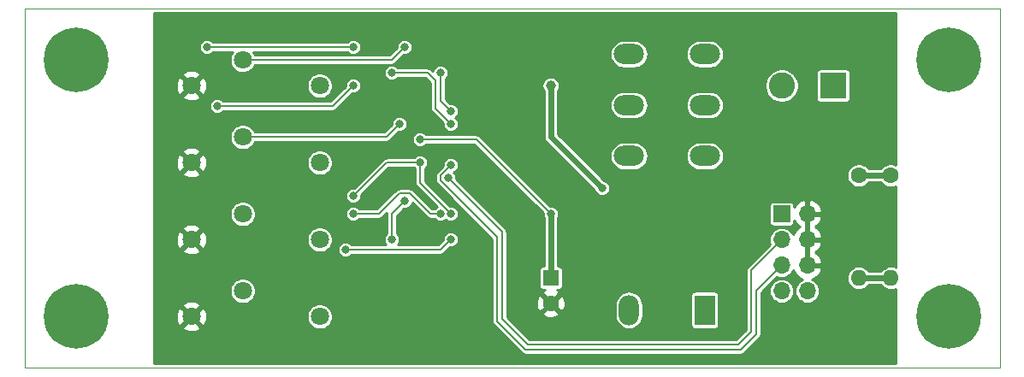
<source format=gbr>
G04 #@! TF.GenerationSoftware,KiCad,Pcbnew,5.1.4*
G04 #@! TF.CreationDate,2019-11-14T20:38:05+00:00*
G04 #@! TF.ProjectId,BSPD,42535044-2e6b-4696-9361-645f70636258,rev?*
G04 #@! TF.SameCoordinates,Original*
G04 #@! TF.FileFunction,Copper,L2,Bot*
G04 #@! TF.FilePolarity,Positive*
%FSLAX46Y46*%
G04 Gerber Fmt 4.6, Leading zero omitted, Abs format (unit mm)*
G04 Created by KiCad (PCBNEW 5.1.4) date 2019-11-14 20:38:05*
%MOMM*%
%LPD*%
G04 APERTURE LIST*
%ADD10C,0.050000*%
%ADD11O,1.600000X1.600000*%
%ADD12C,1.600000*%
%ADD13C,6.400000*%
%ADD14R,1.700000X1.700000*%
%ADD15O,1.700000X1.700000*%
%ADD16C,1.800000*%
%ADD17R,2.000000X3.000000*%
%ADD18O,2.000000X3.000000*%
%ADD19O,3.000000X2.000000*%
%ADD20R,2.600000X2.600000*%
%ADD21C,2.600000*%
%ADD22R,1.600000X1.600000*%
%ADD23C,0.800000*%
%ADD24C,1.000000*%
%ADD25C,0.609600*%
%ADD26C,0.203200*%
%ADD27C,0.254000*%
G04 APERTURE END LIST*
D10*
X63500000Y-63500000D02*
X160020000Y-63500000D01*
X63500000Y-99060000D02*
X63500000Y-63500000D01*
X160020000Y-99060000D02*
X63500000Y-99060000D01*
X160020000Y-99060000D02*
X160020000Y-63500000D01*
D11*
X149225000Y-90170000D03*
D12*
X149225000Y-80010000D03*
D13*
X68580000Y-93980000D03*
X68580000Y-68580000D03*
X154940000Y-93980000D03*
X154940000Y-68580000D03*
D14*
X138430000Y-83820000D03*
D15*
X140970000Y-83820000D03*
X138430000Y-86360000D03*
X140970000Y-86360000D03*
X138430000Y-88900000D03*
X140970000Y-88900000D03*
X138430000Y-91440000D03*
X140970000Y-91440000D03*
D16*
X92710000Y-93980000D03*
X85090000Y-91440000D03*
X80010000Y-93980000D03*
X92710000Y-86360000D03*
X85090000Y-83820000D03*
X80010000Y-86360000D03*
X92710000Y-78740000D03*
X85090000Y-76200000D03*
X80010000Y-78740000D03*
X92710000Y-71120000D03*
X85090000Y-68580000D03*
X80010000Y-71120000D03*
D17*
X130810000Y-93345000D03*
D18*
X123310000Y-93345000D03*
D19*
X130810000Y-73045000D03*
X123310000Y-68005000D03*
X123310000Y-78085000D03*
X130810000Y-78085000D03*
X123310000Y-73045000D03*
X130810000Y-68005000D03*
D20*
X143510000Y-71120000D03*
D21*
X138430000Y-71120000D03*
D12*
X146050000Y-80010000D03*
D11*
X146050000Y-90170000D03*
D22*
X115570000Y-90170000D03*
D12*
X115570000Y-92670000D03*
D23*
X98425000Y-77470000D03*
X96012000Y-72390000D03*
X107950000Y-80010000D03*
X118618000Y-75184000D03*
X101854000Y-89916000D03*
X115570000Y-83820000D03*
X102616000Y-76454000D03*
D24*
X115570000Y-71120000D03*
D23*
X120650000Y-81280000D03*
X104648000Y-83820000D03*
X96012000Y-83820000D03*
X101092000Y-82550000D03*
X99822000Y-86360000D03*
X99822000Y-69850000D03*
X105664000Y-74930000D03*
X105664000Y-78994000D03*
X104648000Y-69850000D03*
X105664000Y-73660000D03*
X105410000Y-80264000D03*
X101092000Y-67310000D03*
X100584000Y-74930000D03*
X96012000Y-71120000D03*
X82550000Y-73152000D03*
X96012000Y-67310000D03*
X81534000Y-67310000D03*
X96012000Y-82042000D03*
X105664000Y-83820000D03*
X102616000Y-78740000D03*
X105664000Y-83820000D03*
X105664000Y-86360000D03*
X95250000Y-87376000D03*
D25*
X146050000Y-80010000D02*
X149225000Y-80010000D01*
X115570000Y-90170000D02*
X115570000Y-83820000D01*
D26*
X115570000Y-83820000D02*
X108204000Y-76454000D01*
X102616000Y-76454000D02*
X108204000Y-76454000D01*
D25*
X115570000Y-76200000D02*
X120650000Y-81280000D01*
X115570000Y-76200000D02*
X115570000Y-71120000D01*
D26*
X104648000Y-83820000D02*
X103632000Y-83820000D01*
X103632000Y-83820000D02*
X101600000Y-81788000D01*
X101600000Y-81788000D02*
X100584000Y-81788000D01*
X98552000Y-83820000D02*
X96012000Y-83820000D01*
X100584000Y-81788000D02*
X98552000Y-83820000D01*
X99822000Y-83820000D02*
X101092000Y-82550000D01*
X99822000Y-86360000D02*
X99822000Y-83820000D01*
D25*
X146050000Y-90170000D02*
X149225000Y-90170000D01*
D26*
X103378000Y-69850000D02*
X104140000Y-70612000D01*
X104140000Y-70612000D02*
X104140000Y-73406000D01*
X105664000Y-74930000D02*
X104140000Y-73406000D01*
X113030000Y-97282000D02*
X110236000Y-94488000D01*
X105664000Y-78994000D02*
X104648000Y-80010000D01*
X104648000Y-80010000D02*
X104648000Y-80518000D01*
X104648000Y-80518000D02*
X105664000Y-81534000D01*
X105664000Y-81534000D02*
X110236000Y-86106000D01*
X110236000Y-94488000D02*
X110236000Y-86106000D01*
X138430000Y-88900000D02*
X135890000Y-91440000D01*
X135890000Y-91440000D02*
X135890000Y-95758000D01*
X135890000Y-95758000D02*
X134366000Y-97282000D01*
X134366000Y-97282000D02*
X113030000Y-97282000D01*
X99822000Y-69850000D02*
X103378000Y-69850000D01*
X104648000Y-69850000D02*
X104648000Y-72644000D01*
X104648000Y-72644000D02*
X105664000Y-73660000D01*
X113284000Y-96774000D02*
X110744000Y-94234000D01*
X110744000Y-94234000D02*
X110744000Y-85598000D01*
X105410000Y-80264000D02*
X110744000Y-85598000D01*
X135382000Y-95504000D02*
X134112000Y-96774000D01*
X135382000Y-89408000D02*
X135382000Y-95504000D01*
X138430000Y-86360000D02*
X135382000Y-89408000D01*
X134112000Y-96774000D02*
X113284000Y-96774000D01*
X99822000Y-68580000D02*
X101092000Y-67310000D01*
X85090000Y-68580000D02*
X99822000Y-68580000D01*
X99314000Y-76200000D02*
X100584000Y-74930000D01*
X85090000Y-76200000D02*
X99314000Y-76200000D01*
X93980000Y-73152000D02*
X96012000Y-71120000D01*
X82550000Y-73152000D02*
X93980000Y-73152000D01*
X96012000Y-67310000D02*
X81534000Y-67310000D01*
X96012000Y-67056000D02*
X96012000Y-67310000D01*
X99314000Y-78740000D02*
X96012000Y-82042000D01*
X102616000Y-78740000D02*
X102616000Y-80772000D01*
X102616000Y-80772000D02*
X105664000Y-83820000D01*
X99314000Y-78740000D02*
X102616000Y-78740000D01*
X104648000Y-87376000D02*
X105664000Y-86360000D01*
X95250000Y-87376000D02*
X104648000Y-87376000D01*
D27*
G36*
X149733000Y-78942116D02*
G01*
X149569485Y-78874386D01*
X149341318Y-78829000D01*
X149108682Y-78829000D01*
X148880515Y-78874386D01*
X148665587Y-78963412D01*
X148472157Y-79092658D01*
X148307658Y-79257157D01*
X148262861Y-79324200D01*
X147012139Y-79324200D01*
X146967342Y-79257157D01*
X146802843Y-79092658D01*
X146609413Y-78963412D01*
X146394485Y-78874386D01*
X146166318Y-78829000D01*
X145933682Y-78829000D01*
X145705515Y-78874386D01*
X145490587Y-78963412D01*
X145297157Y-79092658D01*
X145132658Y-79257157D01*
X145003412Y-79450587D01*
X144914386Y-79665515D01*
X144869000Y-79893682D01*
X144869000Y-80126318D01*
X144914386Y-80354485D01*
X145003412Y-80569413D01*
X145132658Y-80762843D01*
X145297157Y-80927342D01*
X145490587Y-81056588D01*
X145705515Y-81145614D01*
X145933682Y-81191000D01*
X146166318Y-81191000D01*
X146394485Y-81145614D01*
X146609413Y-81056588D01*
X146802843Y-80927342D01*
X146967342Y-80762843D01*
X147012139Y-80695800D01*
X148262861Y-80695800D01*
X148307658Y-80762843D01*
X148472157Y-80927342D01*
X148665587Y-81056588D01*
X148880515Y-81145614D01*
X149108682Y-81191000D01*
X149341318Y-81191000D01*
X149569485Y-81145614D01*
X149733000Y-81077884D01*
X149733000Y-89102410D01*
X149679136Y-89073619D01*
X149456516Y-89006088D01*
X149283016Y-88989000D01*
X149166984Y-88989000D01*
X148993484Y-89006088D01*
X148770864Y-89073619D01*
X148565697Y-89183283D01*
X148385866Y-89330866D01*
X148260028Y-89484200D01*
X147014972Y-89484200D01*
X146889134Y-89330866D01*
X146709303Y-89183283D01*
X146504136Y-89073619D01*
X146281516Y-89006088D01*
X146108016Y-88989000D01*
X145991984Y-88989000D01*
X145818484Y-89006088D01*
X145595864Y-89073619D01*
X145390697Y-89183283D01*
X145210866Y-89330866D01*
X145063283Y-89510697D01*
X144953619Y-89715864D01*
X144886088Y-89938484D01*
X144863286Y-90170000D01*
X144886088Y-90401516D01*
X144953619Y-90624136D01*
X145063283Y-90829303D01*
X145210866Y-91009134D01*
X145390697Y-91156717D01*
X145595864Y-91266381D01*
X145818484Y-91333912D01*
X145991984Y-91351000D01*
X146108016Y-91351000D01*
X146281516Y-91333912D01*
X146504136Y-91266381D01*
X146709303Y-91156717D01*
X146889134Y-91009134D01*
X147014972Y-90855800D01*
X148260028Y-90855800D01*
X148385866Y-91009134D01*
X148565697Y-91156717D01*
X148770864Y-91266381D01*
X148993484Y-91333912D01*
X149166984Y-91351000D01*
X149283016Y-91351000D01*
X149456516Y-91333912D01*
X149679136Y-91266381D01*
X149733000Y-91237590D01*
X149733000Y-98654000D01*
X76327000Y-98654000D01*
X76327000Y-95044080D01*
X79125525Y-95044080D01*
X79209208Y-95298261D01*
X79481775Y-95429158D01*
X79774642Y-95504365D01*
X80076553Y-95520991D01*
X80375907Y-95478397D01*
X80661199Y-95378222D01*
X80810792Y-95298261D01*
X80894475Y-95044080D01*
X80010000Y-94159605D01*
X79125525Y-95044080D01*
X76327000Y-95044080D01*
X76327000Y-94046553D01*
X78469009Y-94046553D01*
X78511603Y-94345907D01*
X78611778Y-94631199D01*
X78691739Y-94780792D01*
X78945920Y-94864475D01*
X79830395Y-93980000D01*
X80189605Y-93980000D01*
X81074080Y-94864475D01*
X81328261Y-94780792D01*
X81459158Y-94508225D01*
X81534365Y-94215358D01*
X81550991Y-93913447D01*
X81542509Y-93853833D01*
X91429000Y-93853833D01*
X91429000Y-94106167D01*
X91478228Y-94353654D01*
X91574793Y-94586781D01*
X91714982Y-94796590D01*
X91893410Y-94975018D01*
X92103219Y-95115207D01*
X92336346Y-95211772D01*
X92583833Y-95261000D01*
X92836167Y-95261000D01*
X93083654Y-95211772D01*
X93316781Y-95115207D01*
X93526590Y-94975018D01*
X93705018Y-94796590D01*
X93845207Y-94586781D01*
X93941772Y-94353654D01*
X93991000Y-94106167D01*
X93991000Y-93853833D01*
X93941772Y-93606346D01*
X93845207Y-93373219D01*
X93705018Y-93163410D01*
X93526590Y-92984982D01*
X93316781Y-92844793D01*
X93083654Y-92748228D01*
X92836167Y-92699000D01*
X92583833Y-92699000D01*
X92336346Y-92748228D01*
X92103219Y-92844793D01*
X91893410Y-92984982D01*
X91714982Y-93163410D01*
X91574793Y-93373219D01*
X91478228Y-93606346D01*
X91429000Y-93853833D01*
X81542509Y-93853833D01*
X81508397Y-93614093D01*
X81408222Y-93328801D01*
X81328261Y-93179208D01*
X81074080Y-93095525D01*
X80189605Y-93980000D01*
X79830395Y-93980000D01*
X78945920Y-93095525D01*
X78691739Y-93179208D01*
X78560842Y-93451775D01*
X78485635Y-93744642D01*
X78469009Y-94046553D01*
X76327000Y-94046553D01*
X76327000Y-92915920D01*
X79125525Y-92915920D01*
X80010000Y-93800395D01*
X80894475Y-92915920D01*
X80810792Y-92661739D01*
X80538225Y-92530842D01*
X80245358Y-92455635D01*
X79943447Y-92439009D01*
X79644093Y-92481603D01*
X79358801Y-92581778D01*
X79209208Y-92661739D01*
X79125525Y-92915920D01*
X76327000Y-92915920D01*
X76327000Y-91313833D01*
X83809000Y-91313833D01*
X83809000Y-91566167D01*
X83858228Y-91813654D01*
X83954793Y-92046781D01*
X84094982Y-92256590D01*
X84273410Y-92435018D01*
X84483219Y-92575207D01*
X84716346Y-92671772D01*
X84963833Y-92721000D01*
X85216167Y-92721000D01*
X85463654Y-92671772D01*
X85696781Y-92575207D01*
X85906590Y-92435018D01*
X86085018Y-92256590D01*
X86225207Y-92046781D01*
X86321772Y-91813654D01*
X86371000Y-91566167D01*
X86371000Y-91313833D01*
X86321772Y-91066346D01*
X86225207Y-90833219D01*
X86085018Y-90623410D01*
X85906590Y-90444982D01*
X85696781Y-90304793D01*
X85463654Y-90208228D01*
X85216167Y-90159000D01*
X84963833Y-90159000D01*
X84716346Y-90208228D01*
X84483219Y-90304793D01*
X84273410Y-90444982D01*
X84094982Y-90623410D01*
X83954793Y-90833219D01*
X83858228Y-91066346D01*
X83809000Y-91313833D01*
X76327000Y-91313833D01*
X76327000Y-87424080D01*
X79125525Y-87424080D01*
X79209208Y-87678261D01*
X79481775Y-87809158D01*
X79774642Y-87884365D01*
X80076553Y-87900991D01*
X80375907Y-87858397D01*
X80661199Y-87758222D01*
X80810792Y-87678261D01*
X80894475Y-87424080D01*
X80010000Y-86539605D01*
X79125525Y-87424080D01*
X76327000Y-87424080D01*
X76327000Y-86426553D01*
X78469009Y-86426553D01*
X78511603Y-86725907D01*
X78611778Y-87011199D01*
X78691739Y-87160792D01*
X78945920Y-87244475D01*
X79830395Y-86360000D01*
X80189605Y-86360000D01*
X81074080Y-87244475D01*
X81328261Y-87160792D01*
X81459158Y-86888225D01*
X81534365Y-86595358D01*
X81550991Y-86293447D01*
X81542509Y-86233833D01*
X91429000Y-86233833D01*
X91429000Y-86486167D01*
X91478228Y-86733654D01*
X91574793Y-86966781D01*
X91714982Y-87176590D01*
X91893410Y-87355018D01*
X92103219Y-87495207D01*
X92336346Y-87591772D01*
X92583833Y-87641000D01*
X92836167Y-87641000D01*
X93083654Y-87591772D01*
X93316781Y-87495207D01*
X93526590Y-87355018D01*
X93582530Y-87299078D01*
X94469000Y-87299078D01*
X94469000Y-87452922D01*
X94499013Y-87603809D01*
X94557887Y-87745942D01*
X94643358Y-87873859D01*
X94752141Y-87982642D01*
X94880058Y-88068113D01*
X95022191Y-88126987D01*
X95173078Y-88157000D01*
X95326922Y-88157000D01*
X95477809Y-88126987D01*
X95619942Y-88068113D01*
X95747859Y-87982642D01*
X95856642Y-87873859D01*
X95866838Y-87858600D01*
X104624295Y-87858600D01*
X104648000Y-87860935D01*
X104671705Y-87858600D01*
X104671707Y-87858600D01*
X104742606Y-87851617D01*
X104833577Y-87824022D01*
X104917415Y-87779209D01*
X104990901Y-87718901D01*
X105006017Y-87700482D01*
X105569080Y-87137420D01*
X105587078Y-87141000D01*
X105740922Y-87141000D01*
X105891809Y-87110987D01*
X106033942Y-87052113D01*
X106161859Y-86966642D01*
X106270642Y-86857859D01*
X106356113Y-86729942D01*
X106414987Y-86587809D01*
X106445000Y-86436922D01*
X106445000Y-86283078D01*
X106414987Y-86132191D01*
X106356113Y-85990058D01*
X106270642Y-85862141D01*
X106161859Y-85753358D01*
X106033942Y-85667887D01*
X105891809Y-85609013D01*
X105740922Y-85579000D01*
X105587078Y-85579000D01*
X105436191Y-85609013D01*
X105294058Y-85667887D01*
X105166141Y-85753358D01*
X105057358Y-85862141D01*
X104971887Y-85990058D01*
X104913013Y-86132191D01*
X104883000Y-86283078D01*
X104883000Y-86436922D01*
X104886580Y-86454920D01*
X104448101Y-86893400D01*
X100393101Y-86893400D01*
X100428642Y-86857859D01*
X100514113Y-86729942D01*
X100572987Y-86587809D01*
X100603000Y-86436922D01*
X100603000Y-86283078D01*
X100572987Y-86132191D01*
X100514113Y-85990058D01*
X100428642Y-85862141D01*
X100319859Y-85753358D01*
X100304600Y-85743162D01*
X100304600Y-84019899D01*
X100997079Y-83327420D01*
X101015078Y-83331000D01*
X101168922Y-83331000D01*
X101319809Y-83300987D01*
X101461942Y-83242113D01*
X101589859Y-83156642D01*
X101698642Y-83047859D01*
X101784113Y-82919942D01*
X101842987Y-82777809D01*
X101853659Y-82724158D01*
X103273988Y-84144488D01*
X103289099Y-84162901D01*
X103362585Y-84223209D01*
X103446423Y-84268022D01*
X103537393Y-84295617D01*
X103632000Y-84304935D01*
X103655707Y-84302600D01*
X104031162Y-84302600D01*
X104041358Y-84317859D01*
X104150141Y-84426642D01*
X104278058Y-84512113D01*
X104420191Y-84570987D01*
X104571078Y-84601000D01*
X104724922Y-84601000D01*
X104875809Y-84570987D01*
X105017942Y-84512113D01*
X105145859Y-84426642D01*
X105156000Y-84416501D01*
X105166141Y-84426642D01*
X105294058Y-84512113D01*
X105436191Y-84570987D01*
X105587078Y-84601000D01*
X105740922Y-84601000D01*
X105891809Y-84570987D01*
X106033942Y-84512113D01*
X106161859Y-84426642D01*
X106270642Y-84317859D01*
X106356113Y-84189942D01*
X106414987Y-84047809D01*
X106445000Y-83896922D01*
X106445000Y-83743078D01*
X106414987Y-83592191D01*
X106356113Y-83450058D01*
X106270642Y-83322141D01*
X106161859Y-83213358D01*
X106033942Y-83127887D01*
X105891809Y-83069013D01*
X105740922Y-83039000D01*
X105587078Y-83039000D01*
X105569080Y-83042580D01*
X103098600Y-80572101D01*
X103098600Y-80010000D01*
X104163065Y-80010000D01*
X104165400Y-80033706D01*
X104165401Y-80494286D01*
X104163065Y-80518000D01*
X104172384Y-80612606D01*
X104199978Y-80703576D01*
X104199979Y-80703577D01*
X104244792Y-80787415D01*
X104305100Y-80860901D01*
X104323513Y-80876012D01*
X105339513Y-81892013D01*
X105339519Y-81892018D01*
X109753401Y-86305900D01*
X109753400Y-94464295D01*
X109751065Y-94488000D01*
X109753400Y-94511705D01*
X109753400Y-94511706D01*
X109760383Y-94582605D01*
X109787978Y-94673576D01*
X109832791Y-94757415D01*
X109893099Y-94830901D01*
X109911518Y-94846017D01*
X112671988Y-97606488D01*
X112687099Y-97624901D01*
X112760585Y-97685209D01*
X112844423Y-97730022D01*
X112935393Y-97757617D01*
X113030000Y-97766935D01*
X113053707Y-97764600D01*
X134342295Y-97764600D01*
X134366000Y-97766935D01*
X134389705Y-97764600D01*
X134389707Y-97764600D01*
X134460606Y-97757617D01*
X134551577Y-97730022D01*
X134635415Y-97685209D01*
X134708901Y-97624901D01*
X134724017Y-97606482D01*
X136214482Y-96116017D01*
X136232901Y-96100901D01*
X136293209Y-96027415D01*
X136338022Y-95943577D01*
X136365617Y-95852606D01*
X136372600Y-95781707D01*
X136372600Y-95781698D01*
X136374934Y-95758001D01*
X136372600Y-95734304D01*
X136372600Y-91639899D01*
X136572499Y-91440000D01*
X137193044Y-91440000D01*
X137216812Y-91681318D01*
X137287202Y-91913363D01*
X137401509Y-92127216D01*
X137555340Y-92314660D01*
X137742784Y-92468491D01*
X137956637Y-92582798D01*
X138188682Y-92653188D01*
X138369528Y-92671000D01*
X138490472Y-92671000D01*
X138671318Y-92653188D01*
X138903363Y-92582798D01*
X139117216Y-92468491D01*
X139304660Y-92314660D01*
X139458491Y-92127216D01*
X139572798Y-91913363D01*
X139643188Y-91681318D01*
X139666956Y-91440000D01*
X139643188Y-91198682D01*
X139572798Y-90966637D01*
X139458491Y-90752784D01*
X139304660Y-90565340D01*
X139117216Y-90411509D01*
X138903363Y-90297202D01*
X138671318Y-90226812D01*
X138490472Y-90209000D01*
X138369528Y-90209000D01*
X138188682Y-90226812D01*
X137956637Y-90297202D01*
X137742784Y-90411509D01*
X137555340Y-90565340D01*
X137401509Y-90752784D01*
X137287202Y-90966637D01*
X137216812Y-91198682D01*
X137193044Y-91440000D01*
X136572499Y-91440000D01*
X137966660Y-90045839D01*
X138188682Y-90113188D01*
X138369528Y-90131000D01*
X138490472Y-90131000D01*
X138671318Y-90113188D01*
X138903363Y-90042798D01*
X139117216Y-89928491D01*
X139304660Y-89774660D01*
X139458491Y-89587216D01*
X139567091Y-89384040D01*
X139573175Y-89404099D01*
X139698359Y-89666920D01*
X139872412Y-89900269D01*
X140088645Y-90095178D01*
X140338748Y-90244157D01*
X140493305Y-90298983D01*
X140282784Y-90411509D01*
X140095340Y-90565340D01*
X139941509Y-90752784D01*
X139827202Y-90966637D01*
X139756812Y-91198682D01*
X139733044Y-91440000D01*
X139756812Y-91681318D01*
X139827202Y-91913363D01*
X139941509Y-92127216D01*
X140095340Y-92314660D01*
X140282784Y-92468491D01*
X140496637Y-92582798D01*
X140728682Y-92653188D01*
X140909528Y-92671000D01*
X141030472Y-92671000D01*
X141211318Y-92653188D01*
X141443363Y-92582798D01*
X141657216Y-92468491D01*
X141844660Y-92314660D01*
X141998491Y-92127216D01*
X142112798Y-91913363D01*
X142183188Y-91681318D01*
X142206956Y-91440000D01*
X142183188Y-91198682D01*
X142112798Y-90966637D01*
X141998491Y-90752784D01*
X141844660Y-90565340D01*
X141657216Y-90411509D01*
X141446695Y-90298983D01*
X141601252Y-90244157D01*
X141851355Y-90095178D01*
X142067588Y-89900269D01*
X142241641Y-89666920D01*
X142366825Y-89404099D01*
X142411476Y-89256890D01*
X142290155Y-89027000D01*
X141097000Y-89027000D01*
X141097000Y-89047000D01*
X140843000Y-89047000D01*
X140843000Y-89027000D01*
X140823000Y-89027000D01*
X140823000Y-88773000D01*
X140843000Y-88773000D01*
X140843000Y-86487000D01*
X141097000Y-86487000D01*
X141097000Y-88773000D01*
X142290155Y-88773000D01*
X142411476Y-88543110D01*
X142366825Y-88395901D01*
X142241641Y-88133080D01*
X142067588Y-87899731D01*
X141851355Y-87704822D01*
X141725745Y-87630000D01*
X141851355Y-87555178D01*
X142067588Y-87360269D01*
X142241641Y-87126920D01*
X142366825Y-86864099D01*
X142411476Y-86716890D01*
X142290155Y-86487000D01*
X141097000Y-86487000D01*
X140843000Y-86487000D01*
X140823000Y-86487000D01*
X140823000Y-86233000D01*
X140843000Y-86233000D01*
X140843000Y-83947000D01*
X141097000Y-83947000D01*
X141097000Y-86233000D01*
X142290155Y-86233000D01*
X142411476Y-86003110D01*
X142366825Y-85855901D01*
X142241641Y-85593080D01*
X142067588Y-85359731D01*
X141851355Y-85164822D01*
X141725745Y-85090000D01*
X141851355Y-85015178D01*
X142067588Y-84820269D01*
X142241641Y-84586920D01*
X142366825Y-84324099D01*
X142411476Y-84176890D01*
X142290155Y-83947000D01*
X141097000Y-83947000D01*
X140843000Y-83947000D01*
X140823000Y-83947000D01*
X140823000Y-83693000D01*
X140843000Y-83693000D01*
X140843000Y-82499186D01*
X141097000Y-82499186D01*
X141097000Y-83693000D01*
X142290155Y-83693000D01*
X142411476Y-83463110D01*
X142366825Y-83315901D01*
X142241641Y-83053080D01*
X142067588Y-82819731D01*
X141851355Y-82624822D01*
X141601252Y-82475843D01*
X141326891Y-82378519D01*
X141097000Y-82499186D01*
X140843000Y-82499186D01*
X140613109Y-82378519D01*
X140338748Y-82475843D01*
X140088645Y-82624822D01*
X139872412Y-82819731D01*
X139698359Y-83053080D01*
X139662843Y-83127645D01*
X139662843Y-82970000D01*
X139655487Y-82895311D01*
X139633701Y-82823492D01*
X139598322Y-82757304D01*
X139550711Y-82699289D01*
X139492696Y-82651678D01*
X139426508Y-82616299D01*
X139354689Y-82594513D01*
X139280000Y-82587157D01*
X137580000Y-82587157D01*
X137505311Y-82594513D01*
X137433492Y-82616299D01*
X137367304Y-82651678D01*
X137309289Y-82699289D01*
X137261678Y-82757304D01*
X137226299Y-82823492D01*
X137204513Y-82895311D01*
X137197157Y-82970000D01*
X137197157Y-84670000D01*
X137204513Y-84744689D01*
X137226299Y-84816508D01*
X137261678Y-84882696D01*
X137309289Y-84940711D01*
X137367304Y-84988322D01*
X137433492Y-85023701D01*
X137505311Y-85045487D01*
X137580000Y-85052843D01*
X139280000Y-85052843D01*
X139354689Y-85045487D01*
X139426508Y-85023701D01*
X139492696Y-84988322D01*
X139550711Y-84940711D01*
X139598322Y-84882696D01*
X139633701Y-84816508D01*
X139655487Y-84744689D01*
X139662843Y-84670000D01*
X139662843Y-84512355D01*
X139698359Y-84586920D01*
X139872412Y-84820269D01*
X140088645Y-85015178D01*
X140214255Y-85090000D01*
X140088645Y-85164822D01*
X139872412Y-85359731D01*
X139698359Y-85593080D01*
X139573175Y-85855901D01*
X139567091Y-85875960D01*
X139458491Y-85672784D01*
X139304660Y-85485340D01*
X139117216Y-85331509D01*
X138903363Y-85217202D01*
X138671318Y-85146812D01*
X138490472Y-85129000D01*
X138369528Y-85129000D01*
X138188682Y-85146812D01*
X137956637Y-85217202D01*
X137742784Y-85331509D01*
X137555340Y-85485340D01*
X137401509Y-85672784D01*
X137287202Y-85886637D01*
X137216812Y-86118682D01*
X137193044Y-86360000D01*
X137216812Y-86601318D01*
X137284161Y-86823339D01*
X135057518Y-89049983D01*
X135039099Y-89065099D01*
X134978791Y-89138585D01*
X134933978Y-89222424D01*
X134906383Y-89313395D01*
X134900808Y-89370000D01*
X134897065Y-89408000D01*
X134899400Y-89431705D01*
X134899401Y-95304100D01*
X133912101Y-96291400D01*
X113483899Y-96291400D01*
X111226600Y-94034101D01*
X111226600Y-93662702D01*
X114756903Y-93662702D01*
X114828486Y-93906671D01*
X115083996Y-94027571D01*
X115358184Y-94096300D01*
X115640512Y-94110217D01*
X115920130Y-94068787D01*
X116186292Y-93973603D01*
X116311514Y-93906671D01*
X116383097Y-93662702D01*
X115570000Y-92849605D01*
X114756903Y-93662702D01*
X111226600Y-93662702D01*
X111226600Y-92740512D01*
X114129783Y-92740512D01*
X114171213Y-93020130D01*
X114266397Y-93286292D01*
X114333329Y-93411514D01*
X114577298Y-93483097D01*
X115390395Y-92670000D01*
X115749605Y-92670000D01*
X116562702Y-93483097D01*
X116806671Y-93411514D01*
X116927571Y-93156004D01*
X116996300Y-92881816D01*
X117001459Y-92777157D01*
X121929000Y-92777157D01*
X121929000Y-93912842D01*
X121948982Y-94115722D01*
X122027949Y-94376042D01*
X122156185Y-94615954D01*
X122328761Y-94826238D01*
X122539045Y-94998815D01*
X122778957Y-95127051D01*
X123039277Y-95206018D01*
X123310000Y-95232682D01*
X123580722Y-95206018D01*
X123841042Y-95127051D01*
X124080954Y-94998815D01*
X124291238Y-94826239D01*
X124463815Y-94615955D01*
X124592051Y-94376043D01*
X124671018Y-94115723D01*
X124691000Y-93912843D01*
X124691000Y-92777157D01*
X124671018Y-92574277D01*
X124592051Y-92313957D01*
X124463815Y-92074045D01*
X124291239Y-91863761D01*
X124268379Y-91845000D01*
X129427157Y-91845000D01*
X129427157Y-94845000D01*
X129434513Y-94919689D01*
X129456299Y-94991508D01*
X129491678Y-95057696D01*
X129539289Y-95115711D01*
X129597304Y-95163322D01*
X129663492Y-95198701D01*
X129735311Y-95220487D01*
X129810000Y-95227843D01*
X131810000Y-95227843D01*
X131884689Y-95220487D01*
X131956508Y-95198701D01*
X132022696Y-95163322D01*
X132080711Y-95115711D01*
X132128322Y-95057696D01*
X132163701Y-94991508D01*
X132185487Y-94919689D01*
X132192843Y-94845000D01*
X132192843Y-91845000D01*
X132185487Y-91770311D01*
X132163701Y-91698492D01*
X132128322Y-91632304D01*
X132080711Y-91574289D01*
X132022696Y-91526678D01*
X131956508Y-91491299D01*
X131884689Y-91469513D01*
X131810000Y-91462157D01*
X129810000Y-91462157D01*
X129735311Y-91469513D01*
X129663492Y-91491299D01*
X129597304Y-91526678D01*
X129539289Y-91574289D01*
X129491678Y-91632304D01*
X129456299Y-91698492D01*
X129434513Y-91770311D01*
X129427157Y-91845000D01*
X124268379Y-91845000D01*
X124080955Y-91691185D01*
X123841043Y-91562949D01*
X123580723Y-91483982D01*
X123310000Y-91457318D01*
X123039278Y-91483982D01*
X122778958Y-91562949D01*
X122539046Y-91691185D01*
X122328762Y-91863761D01*
X122156185Y-92074045D01*
X122027949Y-92313957D01*
X121948982Y-92574277D01*
X121929000Y-92777157D01*
X117001459Y-92777157D01*
X117010217Y-92599488D01*
X116968787Y-92319870D01*
X116873603Y-92053708D01*
X116806671Y-91928486D01*
X116562702Y-91856903D01*
X115749605Y-92670000D01*
X115390395Y-92670000D01*
X114577298Y-91856903D01*
X114333329Y-91928486D01*
X114212429Y-92183996D01*
X114143700Y-92458184D01*
X114129783Y-92740512D01*
X111226600Y-92740512D01*
X111226600Y-85621704D01*
X111228935Y-85597999D01*
X111223558Y-85543410D01*
X111219617Y-85503394D01*
X111192022Y-85412423D01*
X111147209Y-85328585D01*
X111086901Y-85255099D01*
X111068488Y-85239988D01*
X106187420Y-80358921D01*
X106191000Y-80340922D01*
X106191000Y-80187078D01*
X106160987Y-80036191D01*
X106102113Y-79894058D01*
X106016642Y-79766141D01*
X105965121Y-79714620D01*
X106033942Y-79686113D01*
X106161859Y-79600642D01*
X106270642Y-79491859D01*
X106356113Y-79363942D01*
X106414987Y-79221809D01*
X106445000Y-79070922D01*
X106445000Y-78917078D01*
X106414987Y-78766191D01*
X106356113Y-78624058D01*
X106270642Y-78496141D01*
X106161859Y-78387358D01*
X106033942Y-78301887D01*
X105891809Y-78243013D01*
X105740922Y-78213000D01*
X105587078Y-78213000D01*
X105436191Y-78243013D01*
X105294058Y-78301887D01*
X105166141Y-78387358D01*
X105057358Y-78496141D01*
X104971887Y-78624058D01*
X104913013Y-78766191D01*
X104883000Y-78917078D01*
X104883000Y-79070922D01*
X104886580Y-79088920D01*
X104323518Y-79651983D01*
X104305099Y-79667099D01*
X104244791Y-79740585D01*
X104199978Y-79824424D01*
X104172383Y-79915395D01*
X104165400Y-79986293D01*
X104163065Y-80010000D01*
X103098600Y-80010000D01*
X103098600Y-79356838D01*
X103113859Y-79346642D01*
X103222642Y-79237859D01*
X103308113Y-79109942D01*
X103366987Y-78967809D01*
X103397000Y-78816922D01*
X103397000Y-78663078D01*
X103366987Y-78512191D01*
X103308113Y-78370058D01*
X103222642Y-78242141D01*
X103113859Y-78133358D01*
X102985942Y-78047887D01*
X102843809Y-77989013D01*
X102692922Y-77959000D01*
X102539078Y-77959000D01*
X102388191Y-77989013D01*
X102246058Y-78047887D01*
X102118141Y-78133358D01*
X102009358Y-78242141D01*
X101999162Y-78257400D01*
X99337704Y-78257400D01*
X99313999Y-78255065D01*
X99290294Y-78257400D01*
X99290293Y-78257400D01*
X99219394Y-78264383D01*
X99128423Y-78291978D01*
X99044585Y-78336791D01*
X98971099Y-78397099D01*
X98955983Y-78415518D01*
X96106921Y-81264580D01*
X96088922Y-81261000D01*
X95935078Y-81261000D01*
X95784191Y-81291013D01*
X95642058Y-81349887D01*
X95514141Y-81435358D01*
X95405358Y-81544141D01*
X95319887Y-81672058D01*
X95261013Y-81814191D01*
X95231000Y-81965078D01*
X95231000Y-82118922D01*
X95261013Y-82269809D01*
X95319887Y-82411942D01*
X95405358Y-82539859D01*
X95514141Y-82648642D01*
X95642058Y-82734113D01*
X95784191Y-82792987D01*
X95935078Y-82823000D01*
X96088922Y-82823000D01*
X96239809Y-82792987D01*
X96381942Y-82734113D01*
X96509859Y-82648642D01*
X96618642Y-82539859D01*
X96704113Y-82411942D01*
X96762987Y-82269809D01*
X96793000Y-82118922D01*
X96793000Y-81965078D01*
X96789420Y-81947079D01*
X99513899Y-79222600D01*
X101999162Y-79222600D01*
X102009358Y-79237859D01*
X102118141Y-79346642D01*
X102133400Y-79356838D01*
X102133401Y-80748285D01*
X102131065Y-80772000D01*
X102140384Y-80866606D01*
X102167978Y-80957576D01*
X102212792Y-81041415D01*
X102249364Y-81085978D01*
X102273100Y-81114901D01*
X102291513Y-81130012D01*
X104286069Y-83124569D01*
X104278058Y-83127887D01*
X104150141Y-83213358D01*
X104041358Y-83322141D01*
X104031162Y-83337400D01*
X103831900Y-83337400D01*
X101958017Y-81463518D01*
X101942901Y-81445099D01*
X101869415Y-81384791D01*
X101785577Y-81339978D01*
X101694606Y-81312383D01*
X101623707Y-81305400D01*
X101623705Y-81305400D01*
X101600000Y-81303065D01*
X101576295Y-81305400D01*
X100607707Y-81305400D01*
X100584000Y-81303065D01*
X100489393Y-81312383D01*
X100398423Y-81339978D01*
X100314585Y-81384791D01*
X100241099Y-81445099D01*
X100225988Y-81463512D01*
X98352101Y-83337400D01*
X96628838Y-83337400D01*
X96618642Y-83322141D01*
X96509859Y-83213358D01*
X96381942Y-83127887D01*
X96239809Y-83069013D01*
X96088922Y-83039000D01*
X95935078Y-83039000D01*
X95784191Y-83069013D01*
X95642058Y-83127887D01*
X95514141Y-83213358D01*
X95405358Y-83322141D01*
X95319887Y-83450058D01*
X95261013Y-83592191D01*
X95231000Y-83743078D01*
X95231000Y-83896922D01*
X95261013Y-84047809D01*
X95319887Y-84189942D01*
X95405358Y-84317859D01*
X95514141Y-84426642D01*
X95642058Y-84512113D01*
X95784191Y-84570987D01*
X95935078Y-84601000D01*
X96088922Y-84601000D01*
X96239809Y-84570987D01*
X96381942Y-84512113D01*
X96509859Y-84426642D01*
X96618642Y-84317859D01*
X96628838Y-84302600D01*
X98528295Y-84302600D01*
X98552000Y-84304935D01*
X98575705Y-84302600D01*
X98575707Y-84302600D01*
X98646606Y-84295617D01*
X98737577Y-84268022D01*
X98821415Y-84223209D01*
X98894901Y-84162901D01*
X98910017Y-84144482D01*
X99353907Y-83700592D01*
X99346384Y-83725394D01*
X99337065Y-83820000D01*
X99339401Y-83843715D01*
X99339400Y-85743162D01*
X99324141Y-85753358D01*
X99215358Y-85862141D01*
X99129887Y-85990058D01*
X99071013Y-86132191D01*
X99041000Y-86283078D01*
X99041000Y-86436922D01*
X99071013Y-86587809D01*
X99129887Y-86729942D01*
X99215358Y-86857859D01*
X99250899Y-86893400D01*
X95866838Y-86893400D01*
X95856642Y-86878141D01*
X95747859Y-86769358D01*
X95619942Y-86683887D01*
X95477809Y-86625013D01*
X95326922Y-86595000D01*
X95173078Y-86595000D01*
X95022191Y-86625013D01*
X94880058Y-86683887D01*
X94752141Y-86769358D01*
X94643358Y-86878141D01*
X94557887Y-87006058D01*
X94499013Y-87148191D01*
X94469000Y-87299078D01*
X93582530Y-87299078D01*
X93705018Y-87176590D01*
X93845207Y-86966781D01*
X93941772Y-86733654D01*
X93991000Y-86486167D01*
X93991000Y-86233833D01*
X93941772Y-85986346D01*
X93845207Y-85753219D01*
X93705018Y-85543410D01*
X93526590Y-85364982D01*
X93316781Y-85224793D01*
X93083654Y-85128228D01*
X92836167Y-85079000D01*
X92583833Y-85079000D01*
X92336346Y-85128228D01*
X92103219Y-85224793D01*
X91893410Y-85364982D01*
X91714982Y-85543410D01*
X91574793Y-85753219D01*
X91478228Y-85986346D01*
X91429000Y-86233833D01*
X81542509Y-86233833D01*
X81508397Y-85994093D01*
X81408222Y-85708801D01*
X81328261Y-85559208D01*
X81074080Y-85475525D01*
X80189605Y-86360000D01*
X79830395Y-86360000D01*
X78945920Y-85475525D01*
X78691739Y-85559208D01*
X78560842Y-85831775D01*
X78485635Y-86124642D01*
X78469009Y-86426553D01*
X76327000Y-86426553D01*
X76327000Y-85295920D01*
X79125525Y-85295920D01*
X80010000Y-86180395D01*
X80894475Y-85295920D01*
X80810792Y-85041739D01*
X80538225Y-84910842D01*
X80245358Y-84835635D01*
X79943447Y-84819009D01*
X79644093Y-84861603D01*
X79358801Y-84961778D01*
X79209208Y-85041739D01*
X79125525Y-85295920D01*
X76327000Y-85295920D01*
X76327000Y-83693833D01*
X83809000Y-83693833D01*
X83809000Y-83946167D01*
X83858228Y-84193654D01*
X83954793Y-84426781D01*
X84094982Y-84636590D01*
X84273410Y-84815018D01*
X84483219Y-84955207D01*
X84716346Y-85051772D01*
X84963833Y-85101000D01*
X85216167Y-85101000D01*
X85463654Y-85051772D01*
X85696781Y-84955207D01*
X85906590Y-84815018D01*
X86085018Y-84636590D01*
X86225207Y-84426781D01*
X86321772Y-84193654D01*
X86371000Y-83946167D01*
X86371000Y-83693833D01*
X86321772Y-83446346D01*
X86225207Y-83213219D01*
X86085018Y-83003410D01*
X85906590Y-82824982D01*
X85696781Y-82684793D01*
X85463654Y-82588228D01*
X85216167Y-82539000D01*
X84963833Y-82539000D01*
X84716346Y-82588228D01*
X84483219Y-82684793D01*
X84273410Y-82824982D01*
X84094982Y-83003410D01*
X83954793Y-83213219D01*
X83858228Y-83446346D01*
X83809000Y-83693833D01*
X76327000Y-83693833D01*
X76327000Y-79804080D01*
X79125525Y-79804080D01*
X79209208Y-80058261D01*
X79481775Y-80189158D01*
X79774642Y-80264365D01*
X80076553Y-80280991D01*
X80375907Y-80238397D01*
X80661199Y-80138222D01*
X80810792Y-80058261D01*
X80894475Y-79804080D01*
X80010000Y-78919605D01*
X79125525Y-79804080D01*
X76327000Y-79804080D01*
X76327000Y-78806553D01*
X78469009Y-78806553D01*
X78511603Y-79105907D01*
X78611778Y-79391199D01*
X78691739Y-79540792D01*
X78945920Y-79624475D01*
X79830395Y-78740000D01*
X80189605Y-78740000D01*
X81074080Y-79624475D01*
X81328261Y-79540792D01*
X81459158Y-79268225D01*
X81534365Y-78975358D01*
X81550991Y-78673447D01*
X81542509Y-78613833D01*
X91429000Y-78613833D01*
X91429000Y-78866167D01*
X91478228Y-79113654D01*
X91574793Y-79346781D01*
X91714982Y-79556590D01*
X91893410Y-79735018D01*
X92103219Y-79875207D01*
X92336346Y-79971772D01*
X92583833Y-80021000D01*
X92836167Y-80021000D01*
X93083654Y-79971772D01*
X93316781Y-79875207D01*
X93526590Y-79735018D01*
X93705018Y-79556590D01*
X93845207Y-79346781D01*
X93941772Y-79113654D01*
X93991000Y-78866167D01*
X93991000Y-78613833D01*
X93941772Y-78366346D01*
X93845207Y-78133219D01*
X93705018Y-77923410D01*
X93526590Y-77744982D01*
X93316781Y-77604793D01*
X93083654Y-77508228D01*
X92836167Y-77459000D01*
X92583833Y-77459000D01*
X92336346Y-77508228D01*
X92103219Y-77604793D01*
X91893410Y-77744982D01*
X91714982Y-77923410D01*
X91574793Y-78133219D01*
X91478228Y-78366346D01*
X91429000Y-78613833D01*
X81542509Y-78613833D01*
X81508397Y-78374093D01*
X81408222Y-78088801D01*
X81328261Y-77939208D01*
X81074080Y-77855525D01*
X80189605Y-78740000D01*
X79830395Y-78740000D01*
X78945920Y-77855525D01*
X78691739Y-77939208D01*
X78560842Y-78211775D01*
X78485635Y-78504642D01*
X78469009Y-78806553D01*
X76327000Y-78806553D01*
X76327000Y-77675920D01*
X79125525Y-77675920D01*
X80010000Y-78560395D01*
X80894475Y-77675920D01*
X80810792Y-77421739D01*
X80538225Y-77290842D01*
X80245358Y-77215635D01*
X79943447Y-77199009D01*
X79644093Y-77241603D01*
X79358801Y-77341778D01*
X79209208Y-77421739D01*
X79125525Y-77675920D01*
X76327000Y-77675920D01*
X76327000Y-76073833D01*
X83809000Y-76073833D01*
X83809000Y-76326167D01*
X83858228Y-76573654D01*
X83954793Y-76806781D01*
X84094982Y-77016590D01*
X84273410Y-77195018D01*
X84483219Y-77335207D01*
X84716346Y-77431772D01*
X84963833Y-77481000D01*
X85216167Y-77481000D01*
X85463654Y-77431772D01*
X85696781Y-77335207D01*
X85906590Y-77195018D01*
X86085018Y-77016590D01*
X86225207Y-76806781D01*
X86276645Y-76682600D01*
X99290295Y-76682600D01*
X99314000Y-76684935D01*
X99337705Y-76682600D01*
X99337707Y-76682600D01*
X99408606Y-76675617D01*
X99499577Y-76648022D01*
X99583415Y-76603209D01*
X99656901Y-76542901D01*
X99672017Y-76524482D01*
X99819421Y-76377078D01*
X101835000Y-76377078D01*
X101835000Y-76530922D01*
X101865013Y-76681809D01*
X101923887Y-76823942D01*
X102009358Y-76951859D01*
X102118141Y-77060642D01*
X102246058Y-77146113D01*
X102388191Y-77204987D01*
X102539078Y-77235000D01*
X102692922Y-77235000D01*
X102843809Y-77204987D01*
X102985942Y-77146113D01*
X103113859Y-77060642D01*
X103222642Y-76951859D01*
X103232838Y-76936600D01*
X108004101Y-76936600D01*
X114792580Y-83725080D01*
X114789000Y-83743078D01*
X114789000Y-83896922D01*
X114819013Y-84047809D01*
X114877887Y-84189942D01*
X114884201Y-84199392D01*
X114884200Y-88987157D01*
X114770000Y-88987157D01*
X114695311Y-88994513D01*
X114623492Y-89016299D01*
X114557304Y-89051678D01*
X114499289Y-89099289D01*
X114451678Y-89157304D01*
X114416299Y-89223492D01*
X114394513Y-89295311D01*
X114387157Y-89370000D01*
X114387157Y-90970000D01*
X114394513Y-91044689D01*
X114416299Y-91116508D01*
X114451678Y-91182696D01*
X114499289Y-91240711D01*
X114557304Y-91288322D01*
X114623492Y-91323701D01*
X114695311Y-91345487D01*
X114770000Y-91352843D01*
X114991609Y-91352843D01*
X114953708Y-91366397D01*
X114828486Y-91433329D01*
X114756903Y-91677298D01*
X115570000Y-92490395D01*
X116383097Y-91677298D01*
X116311514Y-91433329D01*
X116141415Y-91352843D01*
X116370000Y-91352843D01*
X116444689Y-91345487D01*
X116516508Y-91323701D01*
X116582696Y-91288322D01*
X116640711Y-91240711D01*
X116688322Y-91182696D01*
X116723701Y-91116508D01*
X116745487Y-91044689D01*
X116752843Y-90970000D01*
X116752843Y-89370000D01*
X116745487Y-89295311D01*
X116723701Y-89223492D01*
X116688322Y-89157304D01*
X116640711Y-89099289D01*
X116582696Y-89051678D01*
X116516508Y-89016299D01*
X116444689Y-88994513D01*
X116370000Y-88987157D01*
X116255800Y-88987157D01*
X116255800Y-84199390D01*
X116262113Y-84189942D01*
X116320987Y-84047809D01*
X116351000Y-83896922D01*
X116351000Y-83743078D01*
X116320987Y-83592191D01*
X116262113Y-83450058D01*
X116176642Y-83322141D01*
X116067859Y-83213358D01*
X115939942Y-83127887D01*
X115797809Y-83069013D01*
X115646922Y-83039000D01*
X115493078Y-83039000D01*
X115475080Y-83042580D01*
X108562017Y-76129518D01*
X108546901Y-76111099D01*
X108473415Y-76050791D01*
X108389577Y-76005978D01*
X108298606Y-75978383D01*
X108227707Y-75971400D01*
X108227705Y-75971400D01*
X108204000Y-75969065D01*
X108180295Y-75971400D01*
X103232838Y-75971400D01*
X103222642Y-75956141D01*
X103113859Y-75847358D01*
X102985942Y-75761887D01*
X102843809Y-75703013D01*
X102692922Y-75673000D01*
X102539078Y-75673000D01*
X102388191Y-75703013D01*
X102246058Y-75761887D01*
X102118141Y-75847358D01*
X102009358Y-75956141D01*
X101923887Y-76084058D01*
X101865013Y-76226191D01*
X101835000Y-76377078D01*
X99819421Y-76377078D01*
X100489079Y-75707420D01*
X100507078Y-75711000D01*
X100660922Y-75711000D01*
X100811809Y-75680987D01*
X100953942Y-75622113D01*
X101081859Y-75536642D01*
X101190642Y-75427859D01*
X101276113Y-75299942D01*
X101334987Y-75157809D01*
X101365000Y-75006922D01*
X101365000Y-74853078D01*
X101334987Y-74702191D01*
X101276113Y-74560058D01*
X101190642Y-74432141D01*
X101081859Y-74323358D01*
X100953942Y-74237887D01*
X100811809Y-74179013D01*
X100660922Y-74149000D01*
X100507078Y-74149000D01*
X100356191Y-74179013D01*
X100214058Y-74237887D01*
X100086141Y-74323358D01*
X99977358Y-74432141D01*
X99891887Y-74560058D01*
X99833013Y-74702191D01*
X99803000Y-74853078D01*
X99803000Y-75006922D01*
X99806580Y-75024921D01*
X99114101Y-75717400D01*
X86276645Y-75717400D01*
X86225207Y-75593219D01*
X86085018Y-75383410D01*
X85906590Y-75204982D01*
X85696781Y-75064793D01*
X85463654Y-74968228D01*
X85216167Y-74919000D01*
X84963833Y-74919000D01*
X84716346Y-74968228D01*
X84483219Y-75064793D01*
X84273410Y-75204982D01*
X84094982Y-75383410D01*
X83954793Y-75593219D01*
X83858228Y-75826346D01*
X83809000Y-76073833D01*
X76327000Y-76073833D01*
X76327000Y-73075078D01*
X81769000Y-73075078D01*
X81769000Y-73228922D01*
X81799013Y-73379809D01*
X81857887Y-73521942D01*
X81943358Y-73649859D01*
X82052141Y-73758642D01*
X82180058Y-73844113D01*
X82322191Y-73902987D01*
X82473078Y-73933000D01*
X82626922Y-73933000D01*
X82777809Y-73902987D01*
X82919942Y-73844113D01*
X83047859Y-73758642D01*
X83156642Y-73649859D01*
X83166838Y-73634600D01*
X93956295Y-73634600D01*
X93980000Y-73636935D01*
X94003705Y-73634600D01*
X94003707Y-73634600D01*
X94074606Y-73627617D01*
X94165577Y-73600022D01*
X94249415Y-73555209D01*
X94322901Y-73494901D01*
X94338017Y-73476482D01*
X95917080Y-71897420D01*
X95935078Y-71901000D01*
X96088922Y-71901000D01*
X96239809Y-71870987D01*
X96381942Y-71812113D01*
X96509859Y-71726642D01*
X96618642Y-71617859D01*
X96704113Y-71489942D01*
X96762987Y-71347809D01*
X96793000Y-71196922D01*
X96793000Y-71043078D01*
X96762987Y-70892191D01*
X96704113Y-70750058D01*
X96618642Y-70622141D01*
X96509859Y-70513358D01*
X96381942Y-70427887D01*
X96239809Y-70369013D01*
X96088922Y-70339000D01*
X95935078Y-70339000D01*
X95784191Y-70369013D01*
X95642058Y-70427887D01*
X95514141Y-70513358D01*
X95405358Y-70622141D01*
X95319887Y-70750058D01*
X95261013Y-70892191D01*
X95231000Y-71043078D01*
X95231000Y-71196922D01*
X95234580Y-71214920D01*
X93780101Y-72669400D01*
X83166838Y-72669400D01*
X83156642Y-72654141D01*
X83047859Y-72545358D01*
X82919942Y-72459887D01*
X82777809Y-72401013D01*
X82626922Y-72371000D01*
X82473078Y-72371000D01*
X82322191Y-72401013D01*
X82180058Y-72459887D01*
X82052141Y-72545358D01*
X81943358Y-72654141D01*
X81857887Y-72782058D01*
X81799013Y-72924191D01*
X81769000Y-73075078D01*
X76327000Y-73075078D01*
X76327000Y-72184080D01*
X79125525Y-72184080D01*
X79209208Y-72438261D01*
X79481775Y-72569158D01*
X79774642Y-72644365D01*
X80076553Y-72660991D01*
X80375907Y-72618397D01*
X80661199Y-72518222D01*
X80810792Y-72438261D01*
X80894475Y-72184080D01*
X80010000Y-71299605D01*
X79125525Y-72184080D01*
X76327000Y-72184080D01*
X76327000Y-71186553D01*
X78469009Y-71186553D01*
X78511603Y-71485907D01*
X78611778Y-71771199D01*
X78691739Y-71920792D01*
X78945920Y-72004475D01*
X79830395Y-71120000D01*
X80189605Y-71120000D01*
X81074080Y-72004475D01*
X81328261Y-71920792D01*
X81459158Y-71648225D01*
X81534365Y-71355358D01*
X81550991Y-71053447D01*
X81542509Y-70993833D01*
X91429000Y-70993833D01*
X91429000Y-71246167D01*
X91478228Y-71493654D01*
X91574793Y-71726781D01*
X91714982Y-71936590D01*
X91893410Y-72115018D01*
X92103219Y-72255207D01*
X92336346Y-72351772D01*
X92583833Y-72401000D01*
X92836167Y-72401000D01*
X93083654Y-72351772D01*
X93316781Y-72255207D01*
X93526590Y-72115018D01*
X93705018Y-71936590D01*
X93845207Y-71726781D01*
X93941772Y-71493654D01*
X93991000Y-71246167D01*
X93991000Y-70993833D01*
X93941772Y-70746346D01*
X93845207Y-70513219D01*
X93705018Y-70303410D01*
X93526590Y-70124982D01*
X93316781Y-69984793D01*
X93083654Y-69888228D01*
X92836167Y-69839000D01*
X92583833Y-69839000D01*
X92336346Y-69888228D01*
X92103219Y-69984793D01*
X91893410Y-70124982D01*
X91714982Y-70303410D01*
X91574793Y-70513219D01*
X91478228Y-70746346D01*
X91429000Y-70993833D01*
X81542509Y-70993833D01*
X81508397Y-70754093D01*
X81408222Y-70468801D01*
X81328261Y-70319208D01*
X81074080Y-70235525D01*
X80189605Y-71120000D01*
X79830395Y-71120000D01*
X78945920Y-70235525D01*
X78691739Y-70319208D01*
X78560842Y-70591775D01*
X78485635Y-70884642D01*
X78469009Y-71186553D01*
X76327000Y-71186553D01*
X76327000Y-70055920D01*
X79125525Y-70055920D01*
X80010000Y-70940395D01*
X80894475Y-70055920D01*
X80810792Y-69801739D01*
X80538225Y-69670842D01*
X80245358Y-69595635D01*
X79943447Y-69579009D01*
X79644093Y-69621603D01*
X79358801Y-69721778D01*
X79209208Y-69801739D01*
X79125525Y-70055920D01*
X76327000Y-70055920D01*
X76327000Y-67233078D01*
X80753000Y-67233078D01*
X80753000Y-67386922D01*
X80783013Y-67537809D01*
X80841887Y-67679942D01*
X80927358Y-67807859D01*
X81036141Y-67916642D01*
X81164058Y-68002113D01*
X81306191Y-68060987D01*
X81457078Y-68091000D01*
X81610922Y-68091000D01*
X81761809Y-68060987D01*
X81903942Y-68002113D01*
X82031859Y-67916642D01*
X82140642Y-67807859D01*
X82150838Y-67792600D01*
X84075478Y-67792600D01*
X83954793Y-67973219D01*
X83858228Y-68206346D01*
X83809000Y-68453833D01*
X83809000Y-68706167D01*
X83858228Y-68953654D01*
X83954793Y-69186781D01*
X84094982Y-69396590D01*
X84273410Y-69575018D01*
X84483219Y-69715207D01*
X84716346Y-69811772D01*
X84963833Y-69861000D01*
X85216167Y-69861000D01*
X85463654Y-69811772D01*
X85557068Y-69773078D01*
X99041000Y-69773078D01*
X99041000Y-69926922D01*
X99071013Y-70077809D01*
X99129887Y-70219942D01*
X99215358Y-70347859D01*
X99324141Y-70456642D01*
X99452058Y-70542113D01*
X99594191Y-70600987D01*
X99745078Y-70631000D01*
X99898922Y-70631000D01*
X100049809Y-70600987D01*
X100191942Y-70542113D01*
X100319859Y-70456642D01*
X100428642Y-70347859D01*
X100438838Y-70332600D01*
X103178101Y-70332600D01*
X103657400Y-70811900D01*
X103657401Y-73382285D01*
X103655065Y-73406000D01*
X103664384Y-73500606D01*
X103691978Y-73591576D01*
X103723132Y-73649859D01*
X103736792Y-73675415D01*
X103797100Y-73748901D01*
X103815513Y-73764012D01*
X104886580Y-74835079D01*
X104883000Y-74853078D01*
X104883000Y-75006922D01*
X104913013Y-75157809D01*
X104971887Y-75299942D01*
X105057358Y-75427859D01*
X105166141Y-75536642D01*
X105294058Y-75622113D01*
X105436191Y-75680987D01*
X105587078Y-75711000D01*
X105740922Y-75711000D01*
X105891809Y-75680987D01*
X106033942Y-75622113D01*
X106161859Y-75536642D01*
X106270642Y-75427859D01*
X106356113Y-75299942D01*
X106414987Y-75157809D01*
X106445000Y-75006922D01*
X106445000Y-74853078D01*
X106414987Y-74702191D01*
X106356113Y-74560058D01*
X106270642Y-74432141D01*
X106161859Y-74323358D01*
X106119418Y-74295000D01*
X106161859Y-74266642D01*
X106270642Y-74157859D01*
X106356113Y-74029942D01*
X106414987Y-73887809D01*
X106445000Y-73736922D01*
X106445000Y-73583078D01*
X106414987Y-73432191D01*
X106356113Y-73290058D01*
X106270642Y-73162141D01*
X106161859Y-73053358D01*
X106033942Y-72967887D01*
X105891809Y-72909013D01*
X105740922Y-72879000D01*
X105587078Y-72879000D01*
X105569080Y-72882580D01*
X105130600Y-72444101D01*
X105130600Y-71033229D01*
X114689000Y-71033229D01*
X114689000Y-71206771D01*
X114722856Y-71376978D01*
X114789268Y-71537310D01*
X114884201Y-71679388D01*
X114884200Y-76166321D01*
X114880883Y-76200000D01*
X114884200Y-76233679D01*
X114884200Y-76233688D01*
X114894123Y-76334439D01*
X114933338Y-76463713D01*
X114992103Y-76573654D01*
X114997020Y-76582853D01*
X115050503Y-76648022D01*
X115082720Y-76687279D01*
X115108887Y-76708754D01*
X119896796Y-81496664D01*
X119899013Y-81507809D01*
X119957887Y-81649942D01*
X120043358Y-81777859D01*
X120152141Y-81886642D01*
X120280058Y-81972113D01*
X120422191Y-82030987D01*
X120573078Y-82061000D01*
X120726922Y-82061000D01*
X120877809Y-82030987D01*
X121019942Y-81972113D01*
X121147859Y-81886642D01*
X121256642Y-81777859D01*
X121342113Y-81649942D01*
X121400987Y-81507809D01*
X121431000Y-81356922D01*
X121431000Y-81203078D01*
X121400987Y-81052191D01*
X121342113Y-80910058D01*
X121256642Y-80782141D01*
X121147859Y-80673358D01*
X121019942Y-80587887D01*
X120877809Y-80529013D01*
X120866664Y-80526796D01*
X118424868Y-78085000D01*
X121422318Y-78085000D01*
X121448982Y-78355723D01*
X121527949Y-78616043D01*
X121656185Y-78855955D01*
X121828761Y-79066239D01*
X122039045Y-79238815D01*
X122278957Y-79367051D01*
X122539277Y-79446018D01*
X122742157Y-79466000D01*
X123877843Y-79466000D01*
X124080723Y-79446018D01*
X124341043Y-79367051D01*
X124580955Y-79238815D01*
X124791239Y-79066239D01*
X124963815Y-78855955D01*
X125092051Y-78616043D01*
X125171018Y-78355723D01*
X125197682Y-78085000D01*
X128922318Y-78085000D01*
X128948982Y-78355723D01*
X129027949Y-78616043D01*
X129156185Y-78855955D01*
X129328761Y-79066239D01*
X129539045Y-79238815D01*
X129778957Y-79367051D01*
X130039277Y-79446018D01*
X130242157Y-79466000D01*
X131377843Y-79466000D01*
X131580723Y-79446018D01*
X131841043Y-79367051D01*
X132080955Y-79238815D01*
X132291239Y-79066239D01*
X132463815Y-78855955D01*
X132592051Y-78616043D01*
X132671018Y-78355723D01*
X132697682Y-78085000D01*
X132671018Y-77814277D01*
X132592051Y-77553957D01*
X132463815Y-77314045D01*
X132291239Y-77103761D01*
X132080955Y-76931185D01*
X131841043Y-76802949D01*
X131580723Y-76723982D01*
X131377843Y-76704000D01*
X130242157Y-76704000D01*
X130039277Y-76723982D01*
X129778957Y-76802949D01*
X129539045Y-76931185D01*
X129328761Y-77103761D01*
X129156185Y-77314045D01*
X129027949Y-77553957D01*
X128948982Y-77814277D01*
X128922318Y-78085000D01*
X125197682Y-78085000D01*
X125171018Y-77814277D01*
X125092051Y-77553957D01*
X124963815Y-77314045D01*
X124791239Y-77103761D01*
X124580955Y-76931185D01*
X124341043Y-76802949D01*
X124080723Y-76723982D01*
X123877843Y-76704000D01*
X122742157Y-76704000D01*
X122539277Y-76723982D01*
X122278957Y-76802949D01*
X122039045Y-76931185D01*
X121828761Y-77103761D01*
X121656185Y-77314045D01*
X121527949Y-77553957D01*
X121448982Y-77814277D01*
X121422318Y-78085000D01*
X118424868Y-78085000D01*
X116255800Y-75915933D01*
X116255800Y-73045000D01*
X121422318Y-73045000D01*
X121448982Y-73315723D01*
X121527949Y-73576043D01*
X121656185Y-73815955D01*
X121828761Y-74026239D01*
X122039045Y-74198815D01*
X122278957Y-74327051D01*
X122539277Y-74406018D01*
X122742157Y-74426000D01*
X123877843Y-74426000D01*
X124080723Y-74406018D01*
X124341043Y-74327051D01*
X124580955Y-74198815D01*
X124791239Y-74026239D01*
X124963815Y-73815955D01*
X125092051Y-73576043D01*
X125171018Y-73315723D01*
X125197682Y-73045000D01*
X128922318Y-73045000D01*
X128948982Y-73315723D01*
X129027949Y-73576043D01*
X129156185Y-73815955D01*
X129328761Y-74026239D01*
X129539045Y-74198815D01*
X129778957Y-74327051D01*
X130039277Y-74406018D01*
X130242157Y-74426000D01*
X131377843Y-74426000D01*
X131580723Y-74406018D01*
X131841043Y-74327051D01*
X132080955Y-74198815D01*
X132291239Y-74026239D01*
X132463815Y-73815955D01*
X132592051Y-73576043D01*
X132671018Y-73315723D01*
X132697682Y-73045000D01*
X132671018Y-72774277D01*
X132592051Y-72513957D01*
X132463815Y-72274045D01*
X132291239Y-72063761D01*
X132080955Y-71891185D01*
X131841043Y-71762949D01*
X131580723Y-71683982D01*
X131377843Y-71664000D01*
X130242157Y-71664000D01*
X130039277Y-71683982D01*
X129778957Y-71762949D01*
X129539045Y-71891185D01*
X129328761Y-72063761D01*
X129156185Y-72274045D01*
X129027949Y-72513957D01*
X128948982Y-72774277D01*
X128922318Y-73045000D01*
X125197682Y-73045000D01*
X125171018Y-72774277D01*
X125092051Y-72513957D01*
X124963815Y-72274045D01*
X124791239Y-72063761D01*
X124580955Y-71891185D01*
X124341043Y-71762949D01*
X124080723Y-71683982D01*
X123877843Y-71664000D01*
X122742157Y-71664000D01*
X122539277Y-71683982D01*
X122278957Y-71762949D01*
X122039045Y-71891185D01*
X121828761Y-72063761D01*
X121656185Y-72274045D01*
X121527949Y-72513957D01*
X121448982Y-72774277D01*
X121422318Y-73045000D01*
X116255800Y-73045000D01*
X116255800Y-71679387D01*
X116350732Y-71537310D01*
X116417144Y-71376978D01*
X116451000Y-71206771D01*
X116451000Y-71033229D01*
X116435328Y-70954436D01*
X136749000Y-70954436D01*
X136749000Y-71285564D01*
X136813600Y-71610330D01*
X136940317Y-71916252D01*
X137124282Y-72191575D01*
X137358425Y-72425718D01*
X137633748Y-72609683D01*
X137939670Y-72736400D01*
X138264436Y-72801000D01*
X138595564Y-72801000D01*
X138920330Y-72736400D01*
X139226252Y-72609683D01*
X139501575Y-72425718D01*
X139735718Y-72191575D01*
X139919683Y-71916252D01*
X140046400Y-71610330D01*
X140111000Y-71285564D01*
X140111000Y-70954436D01*
X140046400Y-70629670D01*
X139919683Y-70323748D01*
X139735718Y-70048425D01*
X139507293Y-69820000D01*
X141827157Y-69820000D01*
X141827157Y-72420000D01*
X141834513Y-72494689D01*
X141856299Y-72566508D01*
X141891678Y-72632696D01*
X141939289Y-72690711D01*
X141997304Y-72738322D01*
X142063492Y-72773701D01*
X142135311Y-72795487D01*
X142210000Y-72802843D01*
X144810000Y-72802843D01*
X144884689Y-72795487D01*
X144956508Y-72773701D01*
X145022696Y-72738322D01*
X145080711Y-72690711D01*
X145128322Y-72632696D01*
X145163701Y-72566508D01*
X145185487Y-72494689D01*
X145192843Y-72420000D01*
X145192843Y-69820000D01*
X145185487Y-69745311D01*
X145163701Y-69673492D01*
X145128322Y-69607304D01*
X145080711Y-69549289D01*
X145022696Y-69501678D01*
X144956508Y-69466299D01*
X144884689Y-69444513D01*
X144810000Y-69437157D01*
X142210000Y-69437157D01*
X142135311Y-69444513D01*
X142063492Y-69466299D01*
X141997304Y-69501678D01*
X141939289Y-69549289D01*
X141891678Y-69607304D01*
X141856299Y-69673492D01*
X141834513Y-69745311D01*
X141827157Y-69820000D01*
X139507293Y-69820000D01*
X139501575Y-69814282D01*
X139226252Y-69630317D01*
X138920330Y-69503600D01*
X138595564Y-69439000D01*
X138264436Y-69439000D01*
X137939670Y-69503600D01*
X137633748Y-69630317D01*
X137358425Y-69814282D01*
X137124282Y-70048425D01*
X136940317Y-70323748D01*
X136813600Y-70629670D01*
X136749000Y-70954436D01*
X116435328Y-70954436D01*
X116417144Y-70863022D01*
X116350732Y-70702690D01*
X116254318Y-70558395D01*
X116131605Y-70435682D01*
X115987310Y-70339268D01*
X115826978Y-70272856D01*
X115656771Y-70239000D01*
X115483229Y-70239000D01*
X115313022Y-70272856D01*
X115152690Y-70339268D01*
X115008395Y-70435682D01*
X114885682Y-70558395D01*
X114789268Y-70702690D01*
X114722856Y-70863022D01*
X114689000Y-71033229D01*
X105130600Y-71033229D01*
X105130600Y-70466838D01*
X105145859Y-70456642D01*
X105254642Y-70347859D01*
X105340113Y-70219942D01*
X105398987Y-70077809D01*
X105429000Y-69926922D01*
X105429000Y-69773078D01*
X105398987Y-69622191D01*
X105340113Y-69480058D01*
X105254642Y-69352141D01*
X105145859Y-69243358D01*
X105017942Y-69157887D01*
X104875809Y-69099013D01*
X104724922Y-69069000D01*
X104571078Y-69069000D01*
X104420191Y-69099013D01*
X104278058Y-69157887D01*
X104150141Y-69243358D01*
X104041358Y-69352141D01*
X103955887Y-69480058D01*
X103897013Y-69622191D01*
X103886341Y-69675842D01*
X103736017Y-69525518D01*
X103720901Y-69507099D01*
X103647415Y-69446791D01*
X103563577Y-69401978D01*
X103472606Y-69374383D01*
X103401707Y-69367400D01*
X103401705Y-69367400D01*
X103378000Y-69365065D01*
X103354295Y-69367400D01*
X100438838Y-69367400D01*
X100428642Y-69352141D01*
X100319859Y-69243358D01*
X100191942Y-69157887D01*
X100049809Y-69099013D01*
X99898922Y-69069000D01*
X99745078Y-69069000D01*
X99594191Y-69099013D01*
X99452058Y-69157887D01*
X99324141Y-69243358D01*
X99215358Y-69352141D01*
X99129887Y-69480058D01*
X99071013Y-69622191D01*
X99041000Y-69773078D01*
X85557068Y-69773078D01*
X85696781Y-69715207D01*
X85906590Y-69575018D01*
X86085018Y-69396590D01*
X86225207Y-69186781D01*
X86276645Y-69062600D01*
X99798295Y-69062600D01*
X99822000Y-69064935D01*
X99845705Y-69062600D01*
X99845707Y-69062600D01*
X99916606Y-69055617D01*
X100007577Y-69028022D01*
X100091415Y-68983209D01*
X100164901Y-68922901D01*
X100180017Y-68904482D01*
X100997079Y-68087420D01*
X101015078Y-68091000D01*
X101168922Y-68091000D01*
X101319809Y-68060987D01*
X101454972Y-68005000D01*
X121422318Y-68005000D01*
X121448982Y-68275723D01*
X121527949Y-68536043D01*
X121656185Y-68775955D01*
X121828761Y-68986239D01*
X122039045Y-69158815D01*
X122278957Y-69287051D01*
X122539277Y-69366018D01*
X122742157Y-69386000D01*
X123877843Y-69386000D01*
X124080723Y-69366018D01*
X124341043Y-69287051D01*
X124580955Y-69158815D01*
X124791239Y-68986239D01*
X124963815Y-68775955D01*
X125092051Y-68536043D01*
X125171018Y-68275723D01*
X125197682Y-68005000D01*
X128922318Y-68005000D01*
X128948982Y-68275723D01*
X129027949Y-68536043D01*
X129156185Y-68775955D01*
X129328761Y-68986239D01*
X129539045Y-69158815D01*
X129778957Y-69287051D01*
X130039277Y-69366018D01*
X130242157Y-69386000D01*
X131377843Y-69386000D01*
X131580723Y-69366018D01*
X131841043Y-69287051D01*
X132080955Y-69158815D01*
X132291239Y-68986239D01*
X132463815Y-68775955D01*
X132592051Y-68536043D01*
X132671018Y-68275723D01*
X132697682Y-68005000D01*
X132671018Y-67734277D01*
X132592051Y-67473957D01*
X132463815Y-67234045D01*
X132291239Y-67023761D01*
X132080955Y-66851185D01*
X131841043Y-66722949D01*
X131580723Y-66643982D01*
X131377843Y-66624000D01*
X130242157Y-66624000D01*
X130039277Y-66643982D01*
X129778957Y-66722949D01*
X129539045Y-66851185D01*
X129328761Y-67023761D01*
X129156185Y-67234045D01*
X129027949Y-67473957D01*
X128948982Y-67734277D01*
X128922318Y-68005000D01*
X125197682Y-68005000D01*
X125171018Y-67734277D01*
X125092051Y-67473957D01*
X124963815Y-67234045D01*
X124791239Y-67023761D01*
X124580955Y-66851185D01*
X124341043Y-66722949D01*
X124080723Y-66643982D01*
X123877843Y-66624000D01*
X122742157Y-66624000D01*
X122539277Y-66643982D01*
X122278957Y-66722949D01*
X122039045Y-66851185D01*
X121828761Y-67023761D01*
X121656185Y-67234045D01*
X121527949Y-67473957D01*
X121448982Y-67734277D01*
X121422318Y-68005000D01*
X101454972Y-68005000D01*
X101461942Y-68002113D01*
X101589859Y-67916642D01*
X101698642Y-67807859D01*
X101784113Y-67679942D01*
X101842987Y-67537809D01*
X101873000Y-67386922D01*
X101873000Y-67233078D01*
X101842987Y-67082191D01*
X101784113Y-66940058D01*
X101698642Y-66812141D01*
X101589859Y-66703358D01*
X101461942Y-66617887D01*
X101319809Y-66559013D01*
X101168922Y-66529000D01*
X101015078Y-66529000D01*
X100864191Y-66559013D01*
X100722058Y-66617887D01*
X100594141Y-66703358D01*
X100485358Y-66812141D01*
X100399887Y-66940058D01*
X100341013Y-67082191D01*
X100311000Y-67233078D01*
X100311000Y-67386922D01*
X100314580Y-67404921D01*
X99622101Y-68097400D01*
X86276645Y-68097400D01*
X86225207Y-67973219D01*
X86104522Y-67792600D01*
X95395162Y-67792600D01*
X95405358Y-67807859D01*
X95514141Y-67916642D01*
X95642058Y-68002113D01*
X95784191Y-68060987D01*
X95935078Y-68091000D01*
X96088922Y-68091000D01*
X96239809Y-68060987D01*
X96381942Y-68002113D01*
X96509859Y-67916642D01*
X96618642Y-67807859D01*
X96704113Y-67679942D01*
X96762987Y-67537809D01*
X96793000Y-67386922D01*
X96793000Y-67233078D01*
X96762987Y-67082191D01*
X96704113Y-66940058D01*
X96618642Y-66812141D01*
X96509859Y-66703358D01*
X96381942Y-66617887D01*
X96239809Y-66559013D01*
X96088922Y-66529000D01*
X95935078Y-66529000D01*
X95784191Y-66559013D01*
X95642058Y-66617887D01*
X95514141Y-66703358D01*
X95405358Y-66812141D01*
X95395162Y-66827400D01*
X82150838Y-66827400D01*
X82140642Y-66812141D01*
X82031859Y-66703358D01*
X81903942Y-66617887D01*
X81761809Y-66559013D01*
X81610922Y-66529000D01*
X81457078Y-66529000D01*
X81306191Y-66559013D01*
X81164058Y-66617887D01*
X81036141Y-66703358D01*
X80927358Y-66812141D01*
X80841887Y-66940058D01*
X80783013Y-67082191D01*
X80753000Y-67233078D01*
X76327000Y-67233078D01*
X76327000Y-63906000D01*
X149733000Y-63906000D01*
X149733000Y-78942116D01*
X149733000Y-78942116D01*
G37*
X149733000Y-78942116D02*
X149569485Y-78874386D01*
X149341318Y-78829000D01*
X149108682Y-78829000D01*
X148880515Y-78874386D01*
X148665587Y-78963412D01*
X148472157Y-79092658D01*
X148307658Y-79257157D01*
X148262861Y-79324200D01*
X147012139Y-79324200D01*
X146967342Y-79257157D01*
X146802843Y-79092658D01*
X146609413Y-78963412D01*
X146394485Y-78874386D01*
X146166318Y-78829000D01*
X145933682Y-78829000D01*
X145705515Y-78874386D01*
X145490587Y-78963412D01*
X145297157Y-79092658D01*
X145132658Y-79257157D01*
X145003412Y-79450587D01*
X144914386Y-79665515D01*
X144869000Y-79893682D01*
X144869000Y-80126318D01*
X144914386Y-80354485D01*
X145003412Y-80569413D01*
X145132658Y-80762843D01*
X145297157Y-80927342D01*
X145490587Y-81056588D01*
X145705515Y-81145614D01*
X145933682Y-81191000D01*
X146166318Y-81191000D01*
X146394485Y-81145614D01*
X146609413Y-81056588D01*
X146802843Y-80927342D01*
X146967342Y-80762843D01*
X147012139Y-80695800D01*
X148262861Y-80695800D01*
X148307658Y-80762843D01*
X148472157Y-80927342D01*
X148665587Y-81056588D01*
X148880515Y-81145614D01*
X149108682Y-81191000D01*
X149341318Y-81191000D01*
X149569485Y-81145614D01*
X149733000Y-81077884D01*
X149733000Y-89102410D01*
X149679136Y-89073619D01*
X149456516Y-89006088D01*
X149283016Y-88989000D01*
X149166984Y-88989000D01*
X148993484Y-89006088D01*
X148770864Y-89073619D01*
X148565697Y-89183283D01*
X148385866Y-89330866D01*
X148260028Y-89484200D01*
X147014972Y-89484200D01*
X146889134Y-89330866D01*
X146709303Y-89183283D01*
X146504136Y-89073619D01*
X146281516Y-89006088D01*
X146108016Y-88989000D01*
X145991984Y-88989000D01*
X145818484Y-89006088D01*
X145595864Y-89073619D01*
X145390697Y-89183283D01*
X145210866Y-89330866D01*
X145063283Y-89510697D01*
X144953619Y-89715864D01*
X144886088Y-89938484D01*
X144863286Y-90170000D01*
X144886088Y-90401516D01*
X144953619Y-90624136D01*
X145063283Y-90829303D01*
X145210866Y-91009134D01*
X145390697Y-91156717D01*
X145595864Y-91266381D01*
X145818484Y-91333912D01*
X145991984Y-91351000D01*
X146108016Y-91351000D01*
X146281516Y-91333912D01*
X146504136Y-91266381D01*
X146709303Y-91156717D01*
X146889134Y-91009134D01*
X147014972Y-90855800D01*
X148260028Y-90855800D01*
X148385866Y-91009134D01*
X148565697Y-91156717D01*
X148770864Y-91266381D01*
X148993484Y-91333912D01*
X149166984Y-91351000D01*
X149283016Y-91351000D01*
X149456516Y-91333912D01*
X149679136Y-91266381D01*
X149733000Y-91237590D01*
X149733000Y-98654000D01*
X76327000Y-98654000D01*
X76327000Y-95044080D01*
X79125525Y-95044080D01*
X79209208Y-95298261D01*
X79481775Y-95429158D01*
X79774642Y-95504365D01*
X80076553Y-95520991D01*
X80375907Y-95478397D01*
X80661199Y-95378222D01*
X80810792Y-95298261D01*
X80894475Y-95044080D01*
X80010000Y-94159605D01*
X79125525Y-95044080D01*
X76327000Y-95044080D01*
X76327000Y-94046553D01*
X78469009Y-94046553D01*
X78511603Y-94345907D01*
X78611778Y-94631199D01*
X78691739Y-94780792D01*
X78945920Y-94864475D01*
X79830395Y-93980000D01*
X80189605Y-93980000D01*
X81074080Y-94864475D01*
X81328261Y-94780792D01*
X81459158Y-94508225D01*
X81534365Y-94215358D01*
X81550991Y-93913447D01*
X81542509Y-93853833D01*
X91429000Y-93853833D01*
X91429000Y-94106167D01*
X91478228Y-94353654D01*
X91574793Y-94586781D01*
X91714982Y-94796590D01*
X91893410Y-94975018D01*
X92103219Y-95115207D01*
X92336346Y-95211772D01*
X92583833Y-95261000D01*
X92836167Y-95261000D01*
X93083654Y-95211772D01*
X93316781Y-95115207D01*
X93526590Y-94975018D01*
X93705018Y-94796590D01*
X93845207Y-94586781D01*
X93941772Y-94353654D01*
X93991000Y-94106167D01*
X93991000Y-93853833D01*
X93941772Y-93606346D01*
X93845207Y-93373219D01*
X93705018Y-93163410D01*
X93526590Y-92984982D01*
X93316781Y-92844793D01*
X93083654Y-92748228D01*
X92836167Y-92699000D01*
X92583833Y-92699000D01*
X92336346Y-92748228D01*
X92103219Y-92844793D01*
X91893410Y-92984982D01*
X91714982Y-93163410D01*
X91574793Y-93373219D01*
X91478228Y-93606346D01*
X91429000Y-93853833D01*
X81542509Y-93853833D01*
X81508397Y-93614093D01*
X81408222Y-93328801D01*
X81328261Y-93179208D01*
X81074080Y-93095525D01*
X80189605Y-93980000D01*
X79830395Y-93980000D01*
X78945920Y-93095525D01*
X78691739Y-93179208D01*
X78560842Y-93451775D01*
X78485635Y-93744642D01*
X78469009Y-94046553D01*
X76327000Y-94046553D01*
X76327000Y-92915920D01*
X79125525Y-92915920D01*
X80010000Y-93800395D01*
X80894475Y-92915920D01*
X80810792Y-92661739D01*
X80538225Y-92530842D01*
X80245358Y-92455635D01*
X79943447Y-92439009D01*
X79644093Y-92481603D01*
X79358801Y-92581778D01*
X79209208Y-92661739D01*
X79125525Y-92915920D01*
X76327000Y-92915920D01*
X76327000Y-91313833D01*
X83809000Y-91313833D01*
X83809000Y-91566167D01*
X83858228Y-91813654D01*
X83954793Y-92046781D01*
X84094982Y-92256590D01*
X84273410Y-92435018D01*
X84483219Y-92575207D01*
X84716346Y-92671772D01*
X84963833Y-92721000D01*
X85216167Y-92721000D01*
X85463654Y-92671772D01*
X85696781Y-92575207D01*
X85906590Y-92435018D01*
X86085018Y-92256590D01*
X86225207Y-92046781D01*
X86321772Y-91813654D01*
X86371000Y-91566167D01*
X86371000Y-91313833D01*
X86321772Y-91066346D01*
X86225207Y-90833219D01*
X86085018Y-90623410D01*
X85906590Y-90444982D01*
X85696781Y-90304793D01*
X85463654Y-90208228D01*
X85216167Y-90159000D01*
X84963833Y-90159000D01*
X84716346Y-90208228D01*
X84483219Y-90304793D01*
X84273410Y-90444982D01*
X84094982Y-90623410D01*
X83954793Y-90833219D01*
X83858228Y-91066346D01*
X83809000Y-91313833D01*
X76327000Y-91313833D01*
X76327000Y-87424080D01*
X79125525Y-87424080D01*
X79209208Y-87678261D01*
X79481775Y-87809158D01*
X79774642Y-87884365D01*
X80076553Y-87900991D01*
X80375907Y-87858397D01*
X80661199Y-87758222D01*
X80810792Y-87678261D01*
X80894475Y-87424080D01*
X80010000Y-86539605D01*
X79125525Y-87424080D01*
X76327000Y-87424080D01*
X76327000Y-86426553D01*
X78469009Y-86426553D01*
X78511603Y-86725907D01*
X78611778Y-87011199D01*
X78691739Y-87160792D01*
X78945920Y-87244475D01*
X79830395Y-86360000D01*
X80189605Y-86360000D01*
X81074080Y-87244475D01*
X81328261Y-87160792D01*
X81459158Y-86888225D01*
X81534365Y-86595358D01*
X81550991Y-86293447D01*
X81542509Y-86233833D01*
X91429000Y-86233833D01*
X91429000Y-86486167D01*
X91478228Y-86733654D01*
X91574793Y-86966781D01*
X91714982Y-87176590D01*
X91893410Y-87355018D01*
X92103219Y-87495207D01*
X92336346Y-87591772D01*
X92583833Y-87641000D01*
X92836167Y-87641000D01*
X93083654Y-87591772D01*
X93316781Y-87495207D01*
X93526590Y-87355018D01*
X93582530Y-87299078D01*
X94469000Y-87299078D01*
X94469000Y-87452922D01*
X94499013Y-87603809D01*
X94557887Y-87745942D01*
X94643358Y-87873859D01*
X94752141Y-87982642D01*
X94880058Y-88068113D01*
X95022191Y-88126987D01*
X95173078Y-88157000D01*
X95326922Y-88157000D01*
X95477809Y-88126987D01*
X95619942Y-88068113D01*
X95747859Y-87982642D01*
X95856642Y-87873859D01*
X95866838Y-87858600D01*
X104624295Y-87858600D01*
X104648000Y-87860935D01*
X104671705Y-87858600D01*
X104671707Y-87858600D01*
X104742606Y-87851617D01*
X104833577Y-87824022D01*
X104917415Y-87779209D01*
X104990901Y-87718901D01*
X105006017Y-87700482D01*
X105569080Y-87137420D01*
X105587078Y-87141000D01*
X105740922Y-87141000D01*
X105891809Y-87110987D01*
X106033942Y-87052113D01*
X106161859Y-86966642D01*
X106270642Y-86857859D01*
X106356113Y-86729942D01*
X106414987Y-86587809D01*
X106445000Y-86436922D01*
X106445000Y-86283078D01*
X106414987Y-86132191D01*
X106356113Y-85990058D01*
X106270642Y-85862141D01*
X106161859Y-85753358D01*
X106033942Y-85667887D01*
X105891809Y-85609013D01*
X105740922Y-85579000D01*
X105587078Y-85579000D01*
X105436191Y-85609013D01*
X105294058Y-85667887D01*
X105166141Y-85753358D01*
X105057358Y-85862141D01*
X104971887Y-85990058D01*
X104913013Y-86132191D01*
X104883000Y-86283078D01*
X104883000Y-86436922D01*
X104886580Y-86454920D01*
X104448101Y-86893400D01*
X100393101Y-86893400D01*
X100428642Y-86857859D01*
X100514113Y-86729942D01*
X100572987Y-86587809D01*
X100603000Y-86436922D01*
X100603000Y-86283078D01*
X100572987Y-86132191D01*
X100514113Y-85990058D01*
X100428642Y-85862141D01*
X100319859Y-85753358D01*
X100304600Y-85743162D01*
X100304600Y-84019899D01*
X100997079Y-83327420D01*
X101015078Y-83331000D01*
X101168922Y-83331000D01*
X101319809Y-83300987D01*
X101461942Y-83242113D01*
X101589859Y-83156642D01*
X101698642Y-83047859D01*
X101784113Y-82919942D01*
X101842987Y-82777809D01*
X101853659Y-82724158D01*
X103273988Y-84144488D01*
X103289099Y-84162901D01*
X103362585Y-84223209D01*
X103446423Y-84268022D01*
X103537393Y-84295617D01*
X103632000Y-84304935D01*
X103655707Y-84302600D01*
X104031162Y-84302600D01*
X104041358Y-84317859D01*
X104150141Y-84426642D01*
X104278058Y-84512113D01*
X104420191Y-84570987D01*
X104571078Y-84601000D01*
X104724922Y-84601000D01*
X104875809Y-84570987D01*
X105017942Y-84512113D01*
X105145859Y-84426642D01*
X105156000Y-84416501D01*
X105166141Y-84426642D01*
X105294058Y-84512113D01*
X105436191Y-84570987D01*
X105587078Y-84601000D01*
X105740922Y-84601000D01*
X105891809Y-84570987D01*
X106033942Y-84512113D01*
X106161859Y-84426642D01*
X106270642Y-84317859D01*
X106356113Y-84189942D01*
X106414987Y-84047809D01*
X106445000Y-83896922D01*
X106445000Y-83743078D01*
X106414987Y-83592191D01*
X106356113Y-83450058D01*
X106270642Y-83322141D01*
X106161859Y-83213358D01*
X106033942Y-83127887D01*
X105891809Y-83069013D01*
X105740922Y-83039000D01*
X105587078Y-83039000D01*
X105569080Y-83042580D01*
X103098600Y-80572101D01*
X103098600Y-80010000D01*
X104163065Y-80010000D01*
X104165400Y-80033706D01*
X104165401Y-80494286D01*
X104163065Y-80518000D01*
X104172384Y-80612606D01*
X104199978Y-80703576D01*
X104199979Y-80703577D01*
X104244792Y-80787415D01*
X104305100Y-80860901D01*
X104323513Y-80876012D01*
X105339513Y-81892013D01*
X105339519Y-81892018D01*
X109753401Y-86305900D01*
X109753400Y-94464295D01*
X109751065Y-94488000D01*
X109753400Y-94511705D01*
X109753400Y-94511706D01*
X109760383Y-94582605D01*
X109787978Y-94673576D01*
X109832791Y-94757415D01*
X109893099Y-94830901D01*
X109911518Y-94846017D01*
X112671988Y-97606488D01*
X112687099Y-97624901D01*
X112760585Y-97685209D01*
X112844423Y-97730022D01*
X112935393Y-97757617D01*
X113030000Y-97766935D01*
X113053707Y-97764600D01*
X134342295Y-97764600D01*
X134366000Y-97766935D01*
X134389705Y-97764600D01*
X134389707Y-97764600D01*
X134460606Y-97757617D01*
X134551577Y-97730022D01*
X134635415Y-97685209D01*
X134708901Y-97624901D01*
X134724017Y-97606482D01*
X136214482Y-96116017D01*
X136232901Y-96100901D01*
X136293209Y-96027415D01*
X136338022Y-95943577D01*
X136365617Y-95852606D01*
X136372600Y-95781707D01*
X136372600Y-95781698D01*
X136374934Y-95758001D01*
X136372600Y-95734304D01*
X136372600Y-91639899D01*
X136572499Y-91440000D01*
X137193044Y-91440000D01*
X137216812Y-91681318D01*
X137287202Y-91913363D01*
X137401509Y-92127216D01*
X137555340Y-92314660D01*
X137742784Y-92468491D01*
X137956637Y-92582798D01*
X138188682Y-92653188D01*
X138369528Y-92671000D01*
X138490472Y-92671000D01*
X138671318Y-92653188D01*
X138903363Y-92582798D01*
X139117216Y-92468491D01*
X139304660Y-92314660D01*
X139458491Y-92127216D01*
X139572798Y-91913363D01*
X139643188Y-91681318D01*
X139666956Y-91440000D01*
X139643188Y-91198682D01*
X139572798Y-90966637D01*
X139458491Y-90752784D01*
X139304660Y-90565340D01*
X139117216Y-90411509D01*
X138903363Y-90297202D01*
X138671318Y-90226812D01*
X138490472Y-90209000D01*
X138369528Y-90209000D01*
X138188682Y-90226812D01*
X137956637Y-90297202D01*
X137742784Y-90411509D01*
X137555340Y-90565340D01*
X137401509Y-90752784D01*
X137287202Y-90966637D01*
X137216812Y-91198682D01*
X137193044Y-91440000D01*
X136572499Y-91440000D01*
X137966660Y-90045839D01*
X138188682Y-90113188D01*
X138369528Y-90131000D01*
X138490472Y-90131000D01*
X138671318Y-90113188D01*
X138903363Y-90042798D01*
X139117216Y-89928491D01*
X139304660Y-89774660D01*
X139458491Y-89587216D01*
X139567091Y-89384040D01*
X139573175Y-89404099D01*
X139698359Y-89666920D01*
X139872412Y-89900269D01*
X140088645Y-90095178D01*
X140338748Y-90244157D01*
X140493305Y-90298983D01*
X140282784Y-90411509D01*
X140095340Y-90565340D01*
X139941509Y-90752784D01*
X139827202Y-90966637D01*
X139756812Y-91198682D01*
X139733044Y-91440000D01*
X139756812Y-91681318D01*
X139827202Y-91913363D01*
X139941509Y-92127216D01*
X140095340Y-92314660D01*
X140282784Y-92468491D01*
X140496637Y-92582798D01*
X140728682Y-92653188D01*
X140909528Y-92671000D01*
X141030472Y-92671000D01*
X141211318Y-92653188D01*
X141443363Y-92582798D01*
X141657216Y-92468491D01*
X141844660Y-92314660D01*
X141998491Y-92127216D01*
X142112798Y-91913363D01*
X142183188Y-91681318D01*
X142206956Y-91440000D01*
X142183188Y-91198682D01*
X142112798Y-90966637D01*
X141998491Y-90752784D01*
X141844660Y-90565340D01*
X141657216Y-90411509D01*
X141446695Y-90298983D01*
X141601252Y-90244157D01*
X141851355Y-90095178D01*
X142067588Y-89900269D01*
X142241641Y-89666920D01*
X142366825Y-89404099D01*
X142411476Y-89256890D01*
X142290155Y-89027000D01*
X141097000Y-89027000D01*
X141097000Y-89047000D01*
X140843000Y-89047000D01*
X140843000Y-89027000D01*
X140823000Y-89027000D01*
X140823000Y-88773000D01*
X140843000Y-88773000D01*
X140843000Y-86487000D01*
X141097000Y-86487000D01*
X141097000Y-88773000D01*
X142290155Y-88773000D01*
X142411476Y-88543110D01*
X142366825Y-88395901D01*
X142241641Y-88133080D01*
X142067588Y-87899731D01*
X141851355Y-87704822D01*
X141725745Y-87630000D01*
X141851355Y-87555178D01*
X142067588Y-87360269D01*
X142241641Y-87126920D01*
X142366825Y-86864099D01*
X142411476Y-86716890D01*
X142290155Y-86487000D01*
X141097000Y-86487000D01*
X140843000Y-86487000D01*
X140823000Y-86487000D01*
X140823000Y-86233000D01*
X140843000Y-86233000D01*
X140843000Y-83947000D01*
X141097000Y-83947000D01*
X141097000Y-86233000D01*
X142290155Y-86233000D01*
X142411476Y-86003110D01*
X142366825Y-85855901D01*
X142241641Y-85593080D01*
X142067588Y-85359731D01*
X141851355Y-85164822D01*
X141725745Y-85090000D01*
X141851355Y-85015178D01*
X142067588Y-84820269D01*
X142241641Y-84586920D01*
X142366825Y-84324099D01*
X142411476Y-84176890D01*
X142290155Y-83947000D01*
X141097000Y-83947000D01*
X140843000Y-83947000D01*
X140823000Y-83947000D01*
X140823000Y-83693000D01*
X140843000Y-83693000D01*
X140843000Y-82499186D01*
X141097000Y-82499186D01*
X141097000Y-83693000D01*
X142290155Y-83693000D01*
X142411476Y-83463110D01*
X142366825Y-83315901D01*
X142241641Y-83053080D01*
X142067588Y-82819731D01*
X141851355Y-82624822D01*
X141601252Y-82475843D01*
X141326891Y-82378519D01*
X141097000Y-82499186D01*
X140843000Y-82499186D01*
X140613109Y-82378519D01*
X140338748Y-82475843D01*
X140088645Y-82624822D01*
X139872412Y-82819731D01*
X139698359Y-83053080D01*
X139662843Y-83127645D01*
X139662843Y-82970000D01*
X139655487Y-82895311D01*
X139633701Y-82823492D01*
X139598322Y-82757304D01*
X139550711Y-82699289D01*
X139492696Y-82651678D01*
X139426508Y-82616299D01*
X139354689Y-82594513D01*
X139280000Y-82587157D01*
X137580000Y-82587157D01*
X137505311Y-82594513D01*
X137433492Y-82616299D01*
X137367304Y-82651678D01*
X137309289Y-82699289D01*
X137261678Y-82757304D01*
X137226299Y-82823492D01*
X137204513Y-82895311D01*
X137197157Y-82970000D01*
X137197157Y-84670000D01*
X137204513Y-84744689D01*
X137226299Y-84816508D01*
X137261678Y-84882696D01*
X137309289Y-84940711D01*
X137367304Y-84988322D01*
X137433492Y-85023701D01*
X137505311Y-85045487D01*
X137580000Y-85052843D01*
X139280000Y-85052843D01*
X139354689Y-85045487D01*
X139426508Y-85023701D01*
X139492696Y-84988322D01*
X139550711Y-84940711D01*
X139598322Y-84882696D01*
X139633701Y-84816508D01*
X139655487Y-84744689D01*
X139662843Y-84670000D01*
X139662843Y-84512355D01*
X139698359Y-84586920D01*
X139872412Y-84820269D01*
X140088645Y-85015178D01*
X140214255Y-85090000D01*
X140088645Y-85164822D01*
X139872412Y-85359731D01*
X139698359Y-85593080D01*
X139573175Y-85855901D01*
X139567091Y-85875960D01*
X139458491Y-85672784D01*
X139304660Y-85485340D01*
X139117216Y-85331509D01*
X138903363Y-85217202D01*
X138671318Y-85146812D01*
X138490472Y-85129000D01*
X138369528Y-85129000D01*
X138188682Y-85146812D01*
X137956637Y-85217202D01*
X137742784Y-85331509D01*
X137555340Y-85485340D01*
X137401509Y-85672784D01*
X137287202Y-85886637D01*
X137216812Y-86118682D01*
X137193044Y-86360000D01*
X137216812Y-86601318D01*
X137284161Y-86823339D01*
X135057518Y-89049983D01*
X135039099Y-89065099D01*
X134978791Y-89138585D01*
X134933978Y-89222424D01*
X134906383Y-89313395D01*
X134900808Y-89370000D01*
X134897065Y-89408000D01*
X134899400Y-89431705D01*
X134899401Y-95304100D01*
X133912101Y-96291400D01*
X113483899Y-96291400D01*
X111226600Y-94034101D01*
X111226600Y-93662702D01*
X114756903Y-93662702D01*
X114828486Y-93906671D01*
X115083996Y-94027571D01*
X115358184Y-94096300D01*
X115640512Y-94110217D01*
X115920130Y-94068787D01*
X116186292Y-93973603D01*
X116311514Y-93906671D01*
X116383097Y-93662702D01*
X115570000Y-92849605D01*
X114756903Y-93662702D01*
X111226600Y-93662702D01*
X111226600Y-92740512D01*
X114129783Y-92740512D01*
X114171213Y-93020130D01*
X114266397Y-93286292D01*
X114333329Y-93411514D01*
X114577298Y-93483097D01*
X115390395Y-92670000D01*
X115749605Y-92670000D01*
X116562702Y-93483097D01*
X116806671Y-93411514D01*
X116927571Y-93156004D01*
X116996300Y-92881816D01*
X117001459Y-92777157D01*
X121929000Y-92777157D01*
X121929000Y-93912842D01*
X121948982Y-94115722D01*
X122027949Y-94376042D01*
X122156185Y-94615954D01*
X122328761Y-94826238D01*
X122539045Y-94998815D01*
X122778957Y-95127051D01*
X123039277Y-95206018D01*
X123310000Y-95232682D01*
X123580722Y-95206018D01*
X123841042Y-95127051D01*
X124080954Y-94998815D01*
X124291238Y-94826239D01*
X124463815Y-94615955D01*
X124592051Y-94376043D01*
X124671018Y-94115723D01*
X124691000Y-93912843D01*
X124691000Y-92777157D01*
X124671018Y-92574277D01*
X124592051Y-92313957D01*
X124463815Y-92074045D01*
X124291239Y-91863761D01*
X124268379Y-91845000D01*
X129427157Y-91845000D01*
X129427157Y-94845000D01*
X129434513Y-94919689D01*
X129456299Y-94991508D01*
X129491678Y-95057696D01*
X129539289Y-95115711D01*
X129597304Y-95163322D01*
X129663492Y-95198701D01*
X129735311Y-95220487D01*
X129810000Y-95227843D01*
X131810000Y-95227843D01*
X131884689Y-95220487D01*
X131956508Y-95198701D01*
X132022696Y-95163322D01*
X132080711Y-95115711D01*
X132128322Y-95057696D01*
X132163701Y-94991508D01*
X132185487Y-94919689D01*
X132192843Y-94845000D01*
X132192843Y-91845000D01*
X132185487Y-91770311D01*
X132163701Y-91698492D01*
X132128322Y-91632304D01*
X132080711Y-91574289D01*
X132022696Y-91526678D01*
X131956508Y-91491299D01*
X131884689Y-91469513D01*
X131810000Y-91462157D01*
X129810000Y-91462157D01*
X129735311Y-91469513D01*
X129663492Y-91491299D01*
X129597304Y-91526678D01*
X129539289Y-91574289D01*
X129491678Y-91632304D01*
X129456299Y-91698492D01*
X129434513Y-91770311D01*
X129427157Y-91845000D01*
X124268379Y-91845000D01*
X124080955Y-91691185D01*
X123841043Y-91562949D01*
X123580723Y-91483982D01*
X123310000Y-91457318D01*
X123039278Y-91483982D01*
X122778958Y-91562949D01*
X122539046Y-91691185D01*
X122328762Y-91863761D01*
X122156185Y-92074045D01*
X122027949Y-92313957D01*
X121948982Y-92574277D01*
X121929000Y-92777157D01*
X117001459Y-92777157D01*
X117010217Y-92599488D01*
X116968787Y-92319870D01*
X116873603Y-92053708D01*
X116806671Y-91928486D01*
X116562702Y-91856903D01*
X115749605Y-92670000D01*
X115390395Y-92670000D01*
X114577298Y-91856903D01*
X114333329Y-91928486D01*
X114212429Y-92183996D01*
X114143700Y-92458184D01*
X114129783Y-92740512D01*
X111226600Y-92740512D01*
X111226600Y-85621704D01*
X111228935Y-85597999D01*
X111223558Y-85543410D01*
X111219617Y-85503394D01*
X111192022Y-85412423D01*
X111147209Y-85328585D01*
X111086901Y-85255099D01*
X111068488Y-85239988D01*
X106187420Y-80358921D01*
X106191000Y-80340922D01*
X106191000Y-80187078D01*
X106160987Y-80036191D01*
X106102113Y-79894058D01*
X106016642Y-79766141D01*
X105965121Y-79714620D01*
X106033942Y-79686113D01*
X106161859Y-79600642D01*
X106270642Y-79491859D01*
X106356113Y-79363942D01*
X106414987Y-79221809D01*
X106445000Y-79070922D01*
X106445000Y-78917078D01*
X106414987Y-78766191D01*
X106356113Y-78624058D01*
X106270642Y-78496141D01*
X106161859Y-78387358D01*
X106033942Y-78301887D01*
X105891809Y-78243013D01*
X105740922Y-78213000D01*
X105587078Y-78213000D01*
X105436191Y-78243013D01*
X105294058Y-78301887D01*
X105166141Y-78387358D01*
X105057358Y-78496141D01*
X104971887Y-78624058D01*
X104913013Y-78766191D01*
X104883000Y-78917078D01*
X104883000Y-79070922D01*
X104886580Y-79088920D01*
X104323518Y-79651983D01*
X104305099Y-79667099D01*
X104244791Y-79740585D01*
X104199978Y-79824424D01*
X104172383Y-79915395D01*
X104165400Y-79986293D01*
X104163065Y-80010000D01*
X103098600Y-80010000D01*
X103098600Y-79356838D01*
X103113859Y-79346642D01*
X103222642Y-79237859D01*
X103308113Y-79109942D01*
X103366987Y-78967809D01*
X103397000Y-78816922D01*
X103397000Y-78663078D01*
X103366987Y-78512191D01*
X103308113Y-78370058D01*
X103222642Y-78242141D01*
X103113859Y-78133358D01*
X102985942Y-78047887D01*
X102843809Y-77989013D01*
X102692922Y-77959000D01*
X102539078Y-77959000D01*
X102388191Y-77989013D01*
X102246058Y-78047887D01*
X102118141Y-78133358D01*
X102009358Y-78242141D01*
X101999162Y-78257400D01*
X99337704Y-78257400D01*
X99313999Y-78255065D01*
X99290294Y-78257400D01*
X99290293Y-78257400D01*
X99219394Y-78264383D01*
X99128423Y-78291978D01*
X99044585Y-78336791D01*
X98971099Y-78397099D01*
X98955983Y-78415518D01*
X96106921Y-81264580D01*
X96088922Y-81261000D01*
X95935078Y-81261000D01*
X95784191Y-81291013D01*
X95642058Y-81349887D01*
X95514141Y-81435358D01*
X95405358Y-81544141D01*
X95319887Y-81672058D01*
X95261013Y-81814191D01*
X95231000Y-81965078D01*
X95231000Y-82118922D01*
X95261013Y-82269809D01*
X95319887Y-82411942D01*
X95405358Y-82539859D01*
X95514141Y-82648642D01*
X95642058Y-82734113D01*
X95784191Y-82792987D01*
X95935078Y-82823000D01*
X96088922Y-82823000D01*
X96239809Y-82792987D01*
X96381942Y-82734113D01*
X96509859Y-82648642D01*
X96618642Y-82539859D01*
X96704113Y-82411942D01*
X96762987Y-82269809D01*
X96793000Y-82118922D01*
X96793000Y-81965078D01*
X96789420Y-81947079D01*
X99513899Y-79222600D01*
X101999162Y-79222600D01*
X102009358Y-79237859D01*
X102118141Y-79346642D01*
X102133400Y-79356838D01*
X102133401Y-80748285D01*
X102131065Y-80772000D01*
X102140384Y-80866606D01*
X102167978Y-80957576D01*
X102212792Y-81041415D01*
X102249364Y-81085978D01*
X102273100Y-81114901D01*
X102291513Y-81130012D01*
X104286069Y-83124569D01*
X104278058Y-83127887D01*
X104150141Y-83213358D01*
X104041358Y-83322141D01*
X104031162Y-83337400D01*
X103831900Y-83337400D01*
X101958017Y-81463518D01*
X101942901Y-81445099D01*
X101869415Y-81384791D01*
X101785577Y-81339978D01*
X101694606Y-81312383D01*
X101623707Y-81305400D01*
X101623705Y-81305400D01*
X101600000Y-81303065D01*
X101576295Y-81305400D01*
X100607707Y-81305400D01*
X100584000Y-81303065D01*
X100489393Y-81312383D01*
X100398423Y-81339978D01*
X100314585Y-81384791D01*
X100241099Y-81445099D01*
X100225988Y-81463512D01*
X98352101Y-83337400D01*
X96628838Y-83337400D01*
X96618642Y-83322141D01*
X96509859Y-83213358D01*
X96381942Y-83127887D01*
X96239809Y-83069013D01*
X96088922Y-83039000D01*
X95935078Y-83039000D01*
X95784191Y-83069013D01*
X95642058Y-83127887D01*
X95514141Y-83213358D01*
X95405358Y-83322141D01*
X95319887Y-83450058D01*
X95261013Y-83592191D01*
X95231000Y-83743078D01*
X95231000Y-83896922D01*
X95261013Y-84047809D01*
X95319887Y-84189942D01*
X95405358Y-84317859D01*
X95514141Y-84426642D01*
X95642058Y-84512113D01*
X95784191Y-84570987D01*
X95935078Y-84601000D01*
X96088922Y-84601000D01*
X96239809Y-84570987D01*
X96381942Y-84512113D01*
X96509859Y-84426642D01*
X96618642Y-84317859D01*
X96628838Y-84302600D01*
X98528295Y-84302600D01*
X98552000Y-84304935D01*
X98575705Y-84302600D01*
X98575707Y-84302600D01*
X98646606Y-84295617D01*
X98737577Y-84268022D01*
X98821415Y-84223209D01*
X98894901Y-84162901D01*
X98910017Y-84144482D01*
X99353907Y-83700592D01*
X99346384Y-83725394D01*
X99337065Y-83820000D01*
X99339401Y-83843715D01*
X99339400Y-85743162D01*
X99324141Y-85753358D01*
X99215358Y-85862141D01*
X99129887Y-85990058D01*
X99071013Y-86132191D01*
X99041000Y-86283078D01*
X99041000Y-86436922D01*
X99071013Y-86587809D01*
X99129887Y-86729942D01*
X99215358Y-86857859D01*
X99250899Y-86893400D01*
X95866838Y-86893400D01*
X95856642Y-86878141D01*
X95747859Y-86769358D01*
X95619942Y-86683887D01*
X95477809Y-86625013D01*
X95326922Y-86595000D01*
X95173078Y-86595000D01*
X95022191Y-86625013D01*
X94880058Y-86683887D01*
X94752141Y-86769358D01*
X94643358Y-86878141D01*
X94557887Y-87006058D01*
X94499013Y-87148191D01*
X94469000Y-87299078D01*
X93582530Y-87299078D01*
X93705018Y-87176590D01*
X93845207Y-86966781D01*
X93941772Y-86733654D01*
X93991000Y-86486167D01*
X93991000Y-86233833D01*
X93941772Y-85986346D01*
X93845207Y-85753219D01*
X93705018Y-85543410D01*
X93526590Y-85364982D01*
X93316781Y-85224793D01*
X93083654Y-85128228D01*
X92836167Y-85079000D01*
X92583833Y-85079000D01*
X92336346Y-85128228D01*
X92103219Y-85224793D01*
X91893410Y-85364982D01*
X91714982Y-85543410D01*
X91574793Y-85753219D01*
X91478228Y-85986346D01*
X91429000Y-86233833D01*
X81542509Y-86233833D01*
X81508397Y-85994093D01*
X81408222Y-85708801D01*
X81328261Y-85559208D01*
X81074080Y-85475525D01*
X80189605Y-86360000D01*
X79830395Y-86360000D01*
X78945920Y-85475525D01*
X78691739Y-85559208D01*
X78560842Y-85831775D01*
X78485635Y-86124642D01*
X78469009Y-86426553D01*
X76327000Y-86426553D01*
X76327000Y-85295920D01*
X79125525Y-85295920D01*
X80010000Y-86180395D01*
X80894475Y-85295920D01*
X80810792Y-85041739D01*
X80538225Y-84910842D01*
X80245358Y-84835635D01*
X79943447Y-84819009D01*
X79644093Y-84861603D01*
X79358801Y-84961778D01*
X79209208Y-85041739D01*
X79125525Y-85295920D01*
X76327000Y-85295920D01*
X76327000Y-83693833D01*
X83809000Y-83693833D01*
X83809000Y-83946167D01*
X83858228Y-84193654D01*
X83954793Y-84426781D01*
X84094982Y-84636590D01*
X84273410Y-84815018D01*
X84483219Y-84955207D01*
X84716346Y-85051772D01*
X84963833Y-85101000D01*
X85216167Y-85101000D01*
X85463654Y-85051772D01*
X85696781Y-84955207D01*
X85906590Y-84815018D01*
X86085018Y-84636590D01*
X86225207Y-84426781D01*
X86321772Y-84193654D01*
X86371000Y-83946167D01*
X86371000Y-83693833D01*
X86321772Y-83446346D01*
X86225207Y-83213219D01*
X86085018Y-83003410D01*
X85906590Y-82824982D01*
X85696781Y-82684793D01*
X85463654Y-82588228D01*
X85216167Y-82539000D01*
X84963833Y-82539000D01*
X84716346Y-82588228D01*
X84483219Y-82684793D01*
X84273410Y-82824982D01*
X84094982Y-83003410D01*
X83954793Y-83213219D01*
X83858228Y-83446346D01*
X83809000Y-83693833D01*
X76327000Y-83693833D01*
X76327000Y-79804080D01*
X79125525Y-79804080D01*
X79209208Y-80058261D01*
X79481775Y-80189158D01*
X79774642Y-80264365D01*
X80076553Y-80280991D01*
X80375907Y-80238397D01*
X80661199Y-80138222D01*
X80810792Y-80058261D01*
X80894475Y-79804080D01*
X80010000Y-78919605D01*
X79125525Y-79804080D01*
X76327000Y-79804080D01*
X76327000Y-78806553D01*
X78469009Y-78806553D01*
X78511603Y-79105907D01*
X78611778Y-79391199D01*
X78691739Y-79540792D01*
X78945920Y-79624475D01*
X79830395Y-78740000D01*
X80189605Y-78740000D01*
X81074080Y-79624475D01*
X81328261Y-79540792D01*
X81459158Y-79268225D01*
X81534365Y-78975358D01*
X81550991Y-78673447D01*
X81542509Y-78613833D01*
X91429000Y-78613833D01*
X91429000Y-78866167D01*
X91478228Y-79113654D01*
X91574793Y-79346781D01*
X91714982Y-79556590D01*
X91893410Y-79735018D01*
X92103219Y-79875207D01*
X92336346Y-79971772D01*
X92583833Y-80021000D01*
X92836167Y-80021000D01*
X93083654Y-79971772D01*
X93316781Y-79875207D01*
X93526590Y-79735018D01*
X93705018Y-79556590D01*
X93845207Y-79346781D01*
X93941772Y-79113654D01*
X93991000Y-78866167D01*
X93991000Y-78613833D01*
X93941772Y-78366346D01*
X93845207Y-78133219D01*
X93705018Y-77923410D01*
X93526590Y-77744982D01*
X93316781Y-77604793D01*
X93083654Y-77508228D01*
X92836167Y-77459000D01*
X92583833Y-77459000D01*
X92336346Y-77508228D01*
X92103219Y-77604793D01*
X91893410Y-77744982D01*
X91714982Y-77923410D01*
X91574793Y-78133219D01*
X91478228Y-78366346D01*
X91429000Y-78613833D01*
X81542509Y-78613833D01*
X81508397Y-78374093D01*
X81408222Y-78088801D01*
X81328261Y-77939208D01*
X81074080Y-77855525D01*
X80189605Y-78740000D01*
X79830395Y-78740000D01*
X78945920Y-77855525D01*
X78691739Y-77939208D01*
X78560842Y-78211775D01*
X78485635Y-78504642D01*
X78469009Y-78806553D01*
X76327000Y-78806553D01*
X76327000Y-77675920D01*
X79125525Y-77675920D01*
X80010000Y-78560395D01*
X80894475Y-77675920D01*
X80810792Y-77421739D01*
X80538225Y-77290842D01*
X80245358Y-77215635D01*
X79943447Y-77199009D01*
X79644093Y-77241603D01*
X79358801Y-77341778D01*
X79209208Y-77421739D01*
X79125525Y-77675920D01*
X76327000Y-77675920D01*
X76327000Y-76073833D01*
X83809000Y-76073833D01*
X83809000Y-76326167D01*
X83858228Y-76573654D01*
X83954793Y-76806781D01*
X84094982Y-77016590D01*
X84273410Y-77195018D01*
X84483219Y-77335207D01*
X84716346Y-77431772D01*
X84963833Y-77481000D01*
X85216167Y-77481000D01*
X85463654Y-77431772D01*
X85696781Y-77335207D01*
X85906590Y-77195018D01*
X86085018Y-77016590D01*
X86225207Y-76806781D01*
X86276645Y-76682600D01*
X99290295Y-76682600D01*
X99314000Y-76684935D01*
X99337705Y-76682600D01*
X99337707Y-76682600D01*
X99408606Y-76675617D01*
X99499577Y-76648022D01*
X99583415Y-76603209D01*
X99656901Y-76542901D01*
X99672017Y-76524482D01*
X99819421Y-76377078D01*
X101835000Y-76377078D01*
X101835000Y-76530922D01*
X101865013Y-76681809D01*
X101923887Y-76823942D01*
X102009358Y-76951859D01*
X102118141Y-77060642D01*
X102246058Y-77146113D01*
X102388191Y-77204987D01*
X102539078Y-77235000D01*
X102692922Y-77235000D01*
X102843809Y-77204987D01*
X102985942Y-77146113D01*
X103113859Y-77060642D01*
X103222642Y-76951859D01*
X103232838Y-76936600D01*
X108004101Y-76936600D01*
X114792580Y-83725080D01*
X114789000Y-83743078D01*
X114789000Y-83896922D01*
X114819013Y-84047809D01*
X114877887Y-84189942D01*
X114884201Y-84199392D01*
X114884200Y-88987157D01*
X114770000Y-88987157D01*
X114695311Y-88994513D01*
X114623492Y-89016299D01*
X114557304Y-89051678D01*
X114499289Y-89099289D01*
X114451678Y-89157304D01*
X114416299Y-89223492D01*
X114394513Y-89295311D01*
X114387157Y-89370000D01*
X114387157Y-90970000D01*
X114394513Y-91044689D01*
X114416299Y-91116508D01*
X114451678Y-91182696D01*
X114499289Y-91240711D01*
X114557304Y-91288322D01*
X114623492Y-91323701D01*
X114695311Y-91345487D01*
X114770000Y-91352843D01*
X114991609Y-91352843D01*
X114953708Y-91366397D01*
X114828486Y-91433329D01*
X114756903Y-91677298D01*
X115570000Y-92490395D01*
X116383097Y-91677298D01*
X116311514Y-91433329D01*
X116141415Y-91352843D01*
X116370000Y-91352843D01*
X116444689Y-91345487D01*
X116516508Y-91323701D01*
X116582696Y-91288322D01*
X116640711Y-91240711D01*
X116688322Y-91182696D01*
X116723701Y-91116508D01*
X116745487Y-91044689D01*
X116752843Y-90970000D01*
X116752843Y-89370000D01*
X116745487Y-89295311D01*
X116723701Y-89223492D01*
X116688322Y-89157304D01*
X116640711Y-89099289D01*
X116582696Y-89051678D01*
X116516508Y-89016299D01*
X116444689Y-88994513D01*
X116370000Y-88987157D01*
X116255800Y-88987157D01*
X116255800Y-84199390D01*
X116262113Y-84189942D01*
X116320987Y-84047809D01*
X116351000Y-83896922D01*
X116351000Y-83743078D01*
X116320987Y-83592191D01*
X116262113Y-83450058D01*
X116176642Y-83322141D01*
X116067859Y-83213358D01*
X115939942Y-83127887D01*
X115797809Y-83069013D01*
X115646922Y-83039000D01*
X115493078Y-83039000D01*
X115475080Y-83042580D01*
X108562017Y-76129518D01*
X108546901Y-76111099D01*
X108473415Y-76050791D01*
X108389577Y-76005978D01*
X108298606Y-75978383D01*
X108227707Y-75971400D01*
X108227705Y-75971400D01*
X108204000Y-75969065D01*
X108180295Y-75971400D01*
X103232838Y-75971400D01*
X103222642Y-75956141D01*
X103113859Y-75847358D01*
X102985942Y-75761887D01*
X102843809Y-75703013D01*
X102692922Y-75673000D01*
X102539078Y-75673000D01*
X102388191Y-75703013D01*
X102246058Y-75761887D01*
X102118141Y-75847358D01*
X102009358Y-75956141D01*
X101923887Y-76084058D01*
X101865013Y-76226191D01*
X101835000Y-76377078D01*
X99819421Y-76377078D01*
X100489079Y-75707420D01*
X100507078Y-75711000D01*
X100660922Y-75711000D01*
X100811809Y-75680987D01*
X100953942Y-75622113D01*
X101081859Y-75536642D01*
X101190642Y-75427859D01*
X101276113Y-75299942D01*
X101334987Y-75157809D01*
X101365000Y-75006922D01*
X101365000Y-74853078D01*
X101334987Y-74702191D01*
X101276113Y-74560058D01*
X101190642Y-74432141D01*
X101081859Y-74323358D01*
X100953942Y-74237887D01*
X100811809Y-74179013D01*
X100660922Y-74149000D01*
X100507078Y-74149000D01*
X100356191Y-74179013D01*
X100214058Y-74237887D01*
X100086141Y-74323358D01*
X99977358Y-74432141D01*
X99891887Y-74560058D01*
X99833013Y-74702191D01*
X99803000Y-74853078D01*
X99803000Y-75006922D01*
X99806580Y-75024921D01*
X99114101Y-75717400D01*
X86276645Y-75717400D01*
X86225207Y-75593219D01*
X86085018Y-75383410D01*
X85906590Y-75204982D01*
X85696781Y-75064793D01*
X85463654Y-74968228D01*
X85216167Y-74919000D01*
X84963833Y-74919000D01*
X84716346Y-74968228D01*
X84483219Y-75064793D01*
X84273410Y-75204982D01*
X84094982Y-75383410D01*
X83954793Y-75593219D01*
X83858228Y-75826346D01*
X83809000Y-76073833D01*
X76327000Y-76073833D01*
X76327000Y-73075078D01*
X81769000Y-73075078D01*
X81769000Y-73228922D01*
X81799013Y-73379809D01*
X81857887Y-73521942D01*
X81943358Y-73649859D01*
X82052141Y-73758642D01*
X82180058Y-73844113D01*
X82322191Y-73902987D01*
X82473078Y-73933000D01*
X82626922Y-73933000D01*
X82777809Y-73902987D01*
X82919942Y-73844113D01*
X83047859Y-73758642D01*
X83156642Y-73649859D01*
X83166838Y-73634600D01*
X93956295Y-73634600D01*
X93980000Y-73636935D01*
X94003705Y-73634600D01*
X94003707Y-73634600D01*
X94074606Y-73627617D01*
X94165577Y-73600022D01*
X94249415Y-73555209D01*
X94322901Y-73494901D01*
X94338017Y-73476482D01*
X95917080Y-71897420D01*
X95935078Y-71901000D01*
X96088922Y-71901000D01*
X96239809Y-71870987D01*
X96381942Y-71812113D01*
X96509859Y-71726642D01*
X96618642Y-71617859D01*
X96704113Y-71489942D01*
X96762987Y-71347809D01*
X96793000Y-71196922D01*
X96793000Y-71043078D01*
X96762987Y-70892191D01*
X96704113Y-70750058D01*
X96618642Y-70622141D01*
X96509859Y-70513358D01*
X96381942Y-70427887D01*
X96239809Y-70369013D01*
X96088922Y-70339000D01*
X95935078Y-70339000D01*
X95784191Y-70369013D01*
X95642058Y-70427887D01*
X95514141Y-70513358D01*
X95405358Y-70622141D01*
X95319887Y-70750058D01*
X95261013Y-70892191D01*
X95231000Y-71043078D01*
X95231000Y-71196922D01*
X95234580Y-71214920D01*
X93780101Y-72669400D01*
X83166838Y-72669400D01*
X83156642Y-72654141D01*
X83047859Y-72545358D01*
X82919942Y-72459887D01*
X82777809Y-72401013D01*
X82626922Y-72371000D01*
X82473078Y-72371000D01*
X82322191Y-72401013D01*
X82180058Y-72459887D01*
X82052141Y-72545358D01*
X81943358Y-72654141D01*
X81857887Y-72782058D01*
X81799013Y-72924191D01*
X81769000Y-73075078D01*
X76327000Y-73075078D01*
X76327000Y-72184080D01*
X79125525Y-72184080D01*
X79209208Y-72438261D01*
X79481775Y-72569158D01*
X79774642Y-72644365D01*
X80076553Y-72660991D01*
X80375907Y-72618397D01*
X80661199Y-72518222D01*
X80810792Y-72438261D01*
X80894475Y-72184080D01*
X80010000Y-71299605D01*
X79125525Y-72184080D01*
X76327000Y-72184080D01*
X76327000Y-71186553D01*
X78469009Y-71186553D01*
X78511603Y-71485907D01*
X78611778Y-71771199D01*
X78691739Y-71920792D01*
X78945920Y-72004475D01*
X79830395Y-71120000D01*
X80189605Y-71120000D01*
X81074080Y-72004475D01*
X81328261Y-71920792D01*
X81459158Y-71648225D01*
X81534365Y-71355358D01*
X81550991Y-71053447D01*
X81542509Y-70993833D01*
X91429000Y-70993833D01*
X91429000Y-71246167D01*
X91478228Y-71493654D01*
X91574793Y-71726781D01*
X91714982Y-71936590D01*
X91893410Y-72115018D01*
X92103219Y-72255207D01*
X92336346Y-72351772D01*
X92583833Y-72401000D01*
X92836167Y-72401000D01*
X93083654Y-72351772D01*
X93316781Y-72255207D01*
X93526590Y-72115018D01*
X93705018Y-71936590D01*
X93845207Y-71726781D01*
X93941772Y-71493654D01*
X93991000Y-71246167D01*
X93991000Y-70993833D01*
X93941772Y-70746346D01*
X93845207Y-70513219D01*
X93705018Y-70303410D01*
X93526590Y-70124982D01*
X93316781Y-69984793D01*
X93083654Y-69888228D01*
X92836167Y-69839000D01*
X92583833Y-69839000D01*
X92336346Y-69888228D01*
X92103219Y-69984793D01*
X91893410Y-70124982D01*
X91714982Y-70303410D01*
X91574793Y-70513219D01*
X91478228Y-70746346D01*
X91429000Y-70993833D01*
X81542509Y-70993833D01*
X81508397Y-70754093D01*
X81408222Y-70468801D01*
X81328261Y-70319208D01*
X81074080Y-70235525D01*
X80189605Y-71120000D01*
X79830395Y-71120000D01*
X78945920Y-70235525D01*
X78691739Y-70319208D01*
X78560842Y-70591775D01*
X78485635Y-70884642D01*
X78469009Y-71186553D01*
X76327000Y-71186553D01*
X76327000Y-70055920D01*
X79125525Y-70055920D01*
X80010000Y-70940395D01*
X80894475Y-70055920D01*
X80810792Y-69801739D01*
X80538225Y-69670842D01*
X80245358Y-69595635D01*
X79943447Y-69579009D01*
X79644093Y-69621603D01*
X79358801Y-69721778D01*
X79209208Y-69801739D01*
X79125525Y-70055920D01*
X76327000Y-70055920D01*
X76327000Y-67233078D01*
X80753000Y-67233078D01*
X80753000Y-67386922D01*
X80783013Y-67537809D01*
X80841887Y-67679942D01*
X80927358Y-67807859D01*
X81036141Y-67916642D01*
X81164058Y-68002113D01*
X81306191Y-68060987D01*
X81457078Y-68091000D01*
X81610922Y-68091000D01*
X81761809Y-68060987D01*
X81903942Y-68002113D01*
X82031859Y-67916642D01*
X82140642Y-67807859D01*
X82150838Y-67792600D01*
X84075478Y-67792600D01*
X83954793Y-67973219D01*
X83858228Y-68206346D01*
X83809000Y-68453833D01*
X83809000Y-68706167D01*
X83858228Y-68953654D01*
X83954793Y-69186781D01*
X84094982Y-69396590D01*
X84273410Y-69575018D01*
X84483219Y-69715207D01*
X84716346Y-69811772D01*
X84963833Y-69861000D01*
X85216167Y-69861000D01*
X85463654Y-69811772D01*
X85557068Y-69773078D01*
X99041000Y-69773078D01*
X99041000Y-69926922D01*
X99071013Y-70077809D01*
X99129887Y-70219942D01*
X99215358Y-70347859D01*
X99324141Y-70456642D01*
X99452058Y-70542113D01*
X99594191Y-70600987D01*
X99745078Y-70631000D01*
X99898922Y-70631000D01*
X100049809Y-70600987D01*
X100191942Y-70542113D01*
X100319859Y-70456642D01*
X100428642Y-70347859D01*
X100438838Y-70332600D01*
X103178101Y-70332600D01*
X103657400Y-70811900D01*
X103657401Y-73382285D01*
X103655065Y-73406000D01*
X103664384Y-73500606D01*
X103691978Y-73591576D01*
X103723132Y-73649859D01*
X103736792Y-73675415D01*
X103797100Y-73748901D01*
X103815513Y-73764012D01*
X104886580Y-74835079D01*
X104883000Y-74853078D01*
X104883000Y-75006922D01*
X104913013Y-75157809D01*
X104971887Y-75299942D01*
X105057358Y-75427859D01*
X105166141Y-75536642D01*
X105294058Y-75622113D01*
X105436191Y-75680987D01*
X105587078Y-75711000D01*
X105740922Y-75711000D01*
X105891809Y-75680987D01*
X106033942Y-75622113D01*
X106161859Y-75536642D01*
X106270642Y-75427859D01*
X106356113Y-75299942D01*
X106414987Y-75157809D01*
X106445000Y-75006922D01*
X106445000Y-74853078D01*
X106414987Y-74702191D01*
X106356113Y-74560058D01*
X106270642Y-74432141D01*
X106161859Y-74323358D01*
X106119418Y-74295000D01*
X106161859Y-74266642D01*
X106270642Y-74157859D01*
X106356113Y-74029942D01*
X106414987Y-73887809D01*
X106445000Y-73736922D01*
X106445000Y-73583078D01*
X106414987Y-73432191D01*
X106356113Y-73290058D01*
X106270642Y-73162141D01*
X106161859Y-73053358D01*
X106033942Y-72967887D01*
X105891809Y-72909013D01*
X105740922Y-72879000D01*
X105587078Y-72879000D01*
X105569080Y-72882580D01*
X105130600Y-72444101D01*
X105130600Y-71033229D01*
X114689000Y-71033229D01*
X114689000Y-71206771D01*
X114722856Y-71376978D01*
X114789268Y-71537310D01*
X114884201Y-71679388D01*
X114884200Y-76166321D01*
X114880883Y-76200000D01*
X114884200Y-76233679D01*
X114884200Y-76233688D01*
X114894123Y-76334439D01*
X114933338Y-76463713D01*
X114992103Y-76573654D01*
X114997020Y-76582853D01*
X115050503Y-76648022D01*
X115082720Y-76687279D01*
X115108887Y-76708754D01*
X119896796Y-81496664D01*
X119899013Y-81507809D01*
X119957887Y-81649942D01*
X120043358Y-81777859D01*
X120152141Y-81886642D01*
X120280058Y-81972113D01*
X120422191Y-82030987D01*
X120573078Y-82061000D01*
X120726922Y-82061000D01*
X120877809Y-82030987D01*
X121019942Y-81972113D01*
X121147859Y-81886642D01*
X121256642Y-81777859D01*
X121342113Y-81649942D01*
X121400987Y-81507809D01*
X121431000Y-81356922D01*
X121431000Y-81203078D01*
X121400987Y-81052191D01*
X121342113Y-80910058D01*
X121256642Y-80782141D01*
X121147859Y-80673358D01*
X121019942Y-80587887D01*
X120877809Y-80529013D01*
X120866664Y-80526796D01*
X118424868Y-78085000D01*
X121422318Y-78085000D01*
X121448982Y-78355723D01*
X121527949Y-78616043D01*
X121656185Y-78855955D01*
X121828761Y-79066239D01*
X122039045Y-79238815D01*
X122278957Y-79367051D01*
X122539277Y-79446018D01*
X122742157Y-79466000D01*
X123877843Y-79466000D01*
X124080723Y-79446018D01*
X124341043Y-79367051D01*
X124580955Y-79238815D01*
X124791239Y-79066239D01*
X124963815Y-78855955D01*
X125092051Y-78616043D01*
X125171018Y-78355723D01*
X125197682Y-78085000D01*
X128922318Y-78085000D01*
X128948982Y-78355723D01*
X129027949Y-78616043D01*
X129156185Y-78855955D01*
X129328761Y-79066239D01*
X129539045Y-79238815D01*
X129778957Y-79367051D01*
X130039277Y-79446018D01*
X130242157Y-79466000D01*
X131377843Y-79466000D01*
X131580723Y-79446018D01*
X131841043Y-79367051D01*
X132080955Y-79238815D01*
X132291239Y-79066239D01*
X132463815Y-78855955D01*
X132592051Y-78616043D01*
X132671018Y-78355723D01*
X132697682Y-78085000D01*
X132671018Y-77814277D01*
X132592051Y-77553957D01*
X132463815Y-77314045D01*
X132291239Y-77103761D01*
X132080955Y-76931185D01*
X131841043Y-76802949D01*
X131580723Y-76723982D01*
X131377843Y-76704000D01*
X130242157Y-76704000D01*
X130039277Y-76723982D01*
X129778957Y-76802949D01*
X129539045Y-76931185D01*
X129328761Y-77103761D01*
X129156185Y-77314045D01*
X129027949Y-77553957D01*
X128948982Y-77814277D01*
X128922318Y-78085000D01*
X125197682Y-78085000D01*
X125171018Y-77814277D01*
X125092051Y-77553957D01*
X124963815Y-77314045D01*
X124791239Y-77103761D01*
X124580955Y-76931185D01*
X124341043Y-76802949D01*
X124080723Y-76723982D01*
X123877843Y-76704000D01*
X122742157Y-76704000D01*
X122539277Y-76723982D01*
X122278957Y-76802949D01*
X122039045Y-76931185D01*
X121828761Y-77103761D01*
X121656185Y-77314045D01*
X121527949Y-77553957D01*
X121448982Y-77814277D01*
X121422318Y-78085000D01*
X118424868Y-78085000D01*
X116255800Y-75915933D01*
X116255800Y-73045000D01*
X121422318Y-73045000D01*
X121448982Y-73315723D01*
X121527949Y-73576043D01*
X121656185Y-73815955D01*
X121828761Y-74026239D01*
X122039045Y-74198815D01*
X122278957Y-74327051D01*
X122539277Y-74406018D01*
X122742157Y-74426000D01*
X123877843Y-74426000D01*
X124080723Y-74406018D01*
X124341043Y-74327051D01*
X124580955Y-74198815D01*
X124791239Y-74026239D01*
X124963815Y-73815955D01*
X125092051Y-73576043D01*
X125171018Y-73315723D01*
X125197682Y-73045000D01*
X128922318Y-73045000D01*
X128948982Y-73315723D01*
X129027949Y-73576043D01*
X129156185Y-73815955D01*
X129328761Y-74026239D01*
X129539045Y-74198815D01*
X129778957Y-74327051D01*
X130039277Y-74406018D01*
X130242157Y-74426000D01*
X131377843Y-74426000D01*
X131580723Y-74406018D01*
X131841043Y-74327051D01*
X132080955Y-74198815D01*
X132291239Y-74026239D01*
X132463815Y-73815955D01*
X132592051Y-73576043D01*
X132671018Y-73315723D01*
X132697682Y-73045000D01*
X132671018Y-72774277D01*
X132592051Y-72513957D01*
X132463815Y-72274045D01*
X132291239Y-72063761D01*
X132080955Y-71891185D01*
X131841043Y-71762949D01*
X131580723Y-71683982D01*
X131377843Y-71664000D01*
X130242157Y-71664000D01*
X130039277Y-71683982D01*
X129778957Y-71762949D01*
X129539045Y-71891185D01*
X129328761Y-72063761D01*
X129156185Y-72274045D01*
X129027949Y-72513957D01*
X128948982Y-72774277D01*
X128922318Y-73045000D01*
X125197682Y-73045000D01*
X125171018Y-72774277D01*
X125092051Y-72513957D01*
X124963815Y-72274045D01*
X124791239Y-72063761D01*
X124580955Y-71891185D01*
X124341043Y-71762949D01*
X124080723Y-71683982D01*
X123877843Y-71664000D01*
X122742157Y-71664000D01*
X122539277Y-71683982D01*
X122278957Y-71762949D01*
X122039045Y-71891185D01*
X121828761Y-72063761D01*
X121656185Y-72274045D01*
X121527949Y-72513957D01*
X121448982Y-72774277D01*
X121422318Y-73045000D01*
X116255800Y-73045000D01*
X116255800Y-71679387D01*
X116350732Y-71537310D01*
X116417144Y-71376978D01*
X116451000Y-71206771D01*
X116451000Y-71033229D01*
X116435328Y-70954436D01*
X136749000Y-70954436D01*
X136749000Y-71285564D01*
X136813600Y-71610330D01*
X136940317Y-71916252D01*
X137124282Y-72191575D01*
X137358425Y-72425718D01*
X137633748Y-72609683D01*
X137939670Y-72736400D01*
X138264436Y-72801000D01*
X138595564Y-72801000D01*
X138920330Y-72736400D01*
X139226252Y-72609683D01*
X139501575Y-72425718D01*
X139735718Y-72191575D01*
X139919683Y-71916252D01*
X140046400Y-71610330D01*
X140111000Y-71285564D01*
X140111000Y-70954436D01*
X140046400Y-70629670D01*
X139919683Y-70323748D01*
X139735718Y-70048425D01*
X139507293Y-69820000D01*
X141827157Y-69820000D01*
X141827157Y-72420000D01*
X141834513Y-72494689D01*
X141856299Y-72566508D01*
X141891678Y-72632696D01*
X141939289Y-72690711D01*
X141997304Y-72738322D01*
X142063492Y-72773701D01*
X142135311Y-72795487D01*
X142210000Y-72802843D01*
X144810000Y-72802843D01*
X144884689Y-72795487D01*
X144956508Y-72773701D01*
X145022696Y-72738322D01*
X145080711Y-72690711D01*
X145128322Y-72632696D01*
X145163701Y-72566508D01*
X145185487Y-72494689D01*
X145192843Y-72420000D01*
X145192843Y-69820000D01*
X145185487Y-69745311D01*
X145163701Y-69673492D01*
X145128322Y-69607304D01*
X145080711Y-69549289D01*
X145022696Y-69501678D01*
X144956508Y-69466299D01*
X144884689Y-69444513D01*
X144810000Y-69437157D01*
X142210000Y-69437157D01*
X142135311Y-69444513D01*
X142063492Y-69466299D01*
X141997304Y-69501678D01*
X141939289Y-69549289D01*
X141891678Y-69607304D01*
X141856299Y-69673492D01*
X141834513Y-69745311D01*
X141827157Y-69820000D01*
X139507293Y-69820000D01*
X139501575Y-69814282D01*
X139226252Y-69630317D01*
X138920330Y-69503600D01*
X138595564Y-69439000D01*
X138264436Y-69439000D01*
X137939670Y-69503600D01*
X137633748Y-69630317D01*
X137358425Y-69814282D01*
X137124282Y-70048425D01*
X136940317Y-70323748D01*
X136813600Y-70629670D01*
X136749000Y-70954436D01*
X116435328Y-70954436D01*
X116417144Y-70863022D01*
X116350732Y-70702690D01*
X116254318Y-70558395D01*
X116131605Y-70435682D01*
X115987310Y-70339268D01*
X115826978Y-70272856D01*
X115656771Y-70239000D01*
X115483229Y-70239000D01*
X115313022Y-70272856D01*
X115152690Y-70339268D01*
X115008395Y-70435682D01*
X114885682Y-70558395D01*
X114789268Y-70702690D01*
X114722856Y-70863022D01*
X114689000Y-71033229D01*
X105130600Y-71033229D01*
X105130600Y-70466838D01*
X105145859Y-70456642D01*
X105254642Y-70347859D01*
X105340113Y-70219942D01*
X105398987Y-70077809D01*
X105429000Y-69926922D01*
X105429000Y-69773078D01*
X105398987Y-69622191D01*
X105340113Y-69480058D01*
X105254642Y-69352141D01*
X105145859Y-69243358D01*
X105017942Y-69157887D01*
X104875809Y-69099013D01*
X104724922Y-69069000D01*
X104571078Y-69069000D01*
X104420191Y-69099013D01*
X104278058Y-69157887D01*
X104150141Y-69243358D01*
X104041358Y-69352141D01*
X103955887Y-69480058D01*
X103897013Y-69622191D01*
X103886341Y-69675842D01*
X103736017Y-69525518D01*
X103720901Y-69507099D01*
X103647415Y-69446791D01*
X103563577Y-69401978D01*
X103472606Y-69374383D01*
X103401707Y-69367400D01*
X103401705Y-69367400D01*
X103378000Y-69365065D01*
X103354295Y-69367400D01*
X100438838Y-69367400D01*
X100428642Y-69352141D01*
X100319859Y-69243358D01*
X100191942Y-69157887D01*
X100049809Y-69099013D01*
X99898922Y-69069000D01*
X99745078Y-69069000D01*
X99594191Y-69099013D01*
X99452058Y-69157887D01*
X99324141Y-69243358D01*
X99215358Y-69352141D01*
X99129887Y-69480058D01*
X99071013Y-69622191D01*
X99041000Y-69773078D01*
X85557068Y-69773078D01*
X85696781Y-69715207D01*
X85906590Y-69575018D01*
X86085018Y-69396590D01*
X86225207Y-69186781D01*
X86276645Y-69062600D01*
X99798295Y-69062600D01*
X99822000Y-69064935D01*
X99845705Y-69062600D01*
X99845707Y-69062600D01*
X99916606Y-69055617D01*
X100007577Y-69028022D01*
X100091415Y-68983209D01*
X100164901Y-68922901D01*
X100180017Y-68904482D01*
X100997079Y-68087420D01*
X101015078Y-68091000D01*
X101168922Y-68091000D01*
X101319809Y-68060987D01*
X101454972Y-68005000D01*
X121422318Y-68005000D01*
X121448982Y-68275723D01*
X121527949Y-68536043D01*
X121656185Y-68775955D01*
X121828761Y-68986239D01*
X122039045Y-69158815D01*
X122278957Y-69287051D01*
X122539277Y-69366018D01*
X122742157Y-69386000D01*
X123877843Y-69386000D01*
X124080723Y-69366018D01*
X124341043Y-69287051D01*
X124580955Y-69158815D01*
X124791239Y-68986239D01*
X124963815Y-68775955D01*
X125092051Y-68536043D01*
X125171018Y-68275723D01*
X125197682Y-68005000D01*
X128922318Y-68005000D01*
X128948982Y-68275723D01*
X129027949Y-68536043D01*
X129156185Y-68775955D01*
X129328761Y-68986239D01*
X129539045Y-69158815D01*
X129778957Y-69287051D01*
X130039277Y-69366018D01*
X130242157Y-69386000D01*
X131377843Y-69386000D01*
X131580723Y-69366018D01*
X131841043Y-69287051D01*
X132080955Y-69158815D01*
X132291239Y-68986239D01*
X132463815Y-68775955D01*
X132592051Y-68536043D01*
X132671018Y-68275723D01*
X132697682Y-68005000D01*
X132671018Y-67734277D01*
X132592051Y-67473957D01*
X132463815Y-67234045D01*
X132291239Y-67023761D01*
X132080955Y-66851185D01*
X131841043Y-66722949D01*
X131580723Y-66643982D01*
X131377843Y-66624000D01*
X130242157Y-66624000D01*
X130039277Y-66643982D01*
X129778957Y-66722949D01*
X129539045Y-66851185D01*
X129328761Y-67023761D01*
X129156185Y-67234045D01*
X129027949Y-67473957D01*
X128948982Y-67734277D01*
X128922318Y-68005000D01*
X125197682Y-68005000D01*
X125171018Y-67734277D01*
X125092051Y-67473957D01*
X124963815Y-67234045D01*
X124791239Y-67023761D01*
X124580955Y-66851185D01*
X124341043Y-66722949D01*
X124080723Y-66643982D01*
X123877843Y-66624000D01*
X122742157Y-66624000D01*
X122539277Y-66643982D01*
X122278957Y-66722949D01*
X122039045Y-66851185D01*
X121828761Y-67023761D01*
X121656185Y-67234045D01*
X121527949Y-67473957D01*
X121448982Y-67734277D01*
X121422318Y-68005000D01*
X101454972Y-68005000D01*
X101461942Y-68002113D01*
X101589859Y-67916642D01*
X101698642Y-67807859D01*
X101784113Y-67679942D01*
X101842987Y-67537809D01*
X101873000Y-67386922D01*
X101873000Y-67233078D01*
X101842987Y-67082191D01*
X101784113Y-66940058D01*
X101698642Y-66812141D01*
X101589859Y-66703358D01*
X101461942Y-66617887D01*
X101319809Y-66559013D01*
X101168922Y-66529000D01*
X101015078Y-66529000D01*
X100864191Y-66559013D01*
X100722058Y-66617887D01*
X100594141Y-66703358D01*
X100485358Y-66812141D01*
X100399887Y-66940058D01*
X100341013Y-67082191D01*
X100311000Y-67233078D01*
X100311000Y-67386922D01*
X100314580Y-67404921D01*
X99622101Y-68097400D01*
X86276645Y-68097400D01*
X86225207Y-67973219D01*
X86104522Y-67792600D01*
X95395162Y-67792600D01*
X95405358Y-67807859D01*
X95514141Y-67916642D01*
X95642058Y-68002113D01*
X95784191Y-68060987D01*
X95935078Y-68091000D01*
X96088922Y-68091000D01*
X96239809Y-68060987D01*
X96381942Y-68002113D01*
X96509859Y-67916642D01*
X96618642Y-67807859D01*
X96704113Y-67679942D01*
X96762987Y-67537809D01*
X96793000Y-67386922D01*
X96793000Y-67233078D01*
X96762987Y-67082191D01*
X96704113Y-66940058D01*
X96618642Y-66812141D01*
X96509859Y-66703358D01*
X96381942Y-66617887D01*
X96239809Y-66559013D01*
X96088922Y-66529000D01*
X95935078Y-66529000D01*
X95784191Y-66559013D01*
X95642058Y-66617887D01*
X95514141Y-66703358D01*
X95405358Y-66812141D01*
X95395162Y-66827400D01*
X82150838Y-66827400D01*
X82140642Y-66812141D01*
X82031859Y-66703358D01*
X81903942Y-66617887D01*
X81761809Y-66559013D01*
X81610922Y-66529000D01*
X81457078Y-66529000D01*
X81306191Y-66559013D01*
X81164058Y-66617887D01*
X81036141Y-66703358D01*
X80927358Y-66812141D01*
X80841887Y-66940058D01*
X80783013Y-67082191D01*
X80753000Y-67233078D01*
X76327000Y-67233078D01*
X76327000Y-63906000D01*
X149733000Y-63906000D01*
X149733000Y-78942116D01*
M02*

</source>
